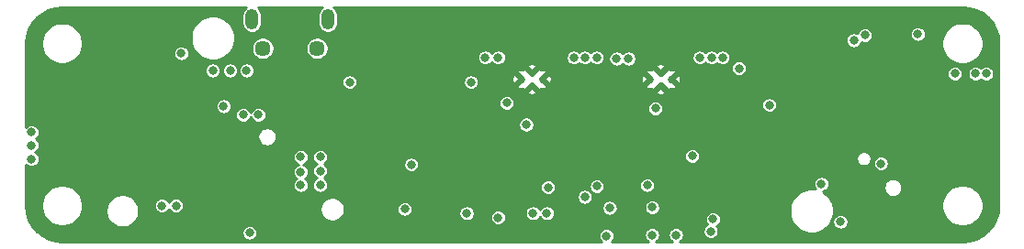
<source format=gbr>
G04 #@! TF.GenerationSoftware,KiCad,Pcbnew,(5.1.5)-3*
G04 #@! TF.CreationDate,2021-05-18T14:06:46+02:00*
G04 #@! TF.ProjectId,18650_UPS_PCB,31383635-305f-4555-9053-5f5043422e6b,rev?*
G04 #@! TF.SameCoordinates,Original*
G04 #@! TF.FileFunction,Copper,L2,Inr*
G04 #@! TF.FilePolarity,Positive*
%FSLAX46Y46*%
G04 Gerber Fmt 4.6, Leading zero omitted, Abs format (unit mm)*
G04 Created by KiCad (PCBNEW (5.1.5)-3) date 2021-05-18 14:06:46*
%MOMM*%
%LPD*%
G04 APERTURE LIST*
%ADD10O,1.200000X1.900000*%
%ADD11C,1.450000*%
%ADD12C,0.500000*%
%ADD13C,0.800000*%
%ADD14C,0.254000*%
G04 APERTURE END LIST*
D10*
X141810000Y-75447500D03*
X148810000Y-75447500D03*
D11*
X142810000Y-78147500D03*
X147810000Y-78147500D03*
D12*
X166650000Y-81000000D03*
X167600000Y-80425000D03*
X167600000Y-81575000D03*
X168550000Y-81000000D03*
X180450000Y-81000000D03*
X179500000Y-81575000D03*
X179500000Y-80425000D03*
X178550000Y-81000000D03*
D13*
X138200000Y-80200000D03*
X139800000Y-80200000D03*
X141300000Y-80200000D03*
X206610000Y-80485000D03*
X208510000Y-80485000D03*
X209510000Y-80485000D03*
X198325000Y-76925000D03*
X135300000Y-78600000D03*
X139200000Y-83500000D03*
X175400000Y-79100000D03*
X176500000Y-79100000D03*
X163300000Y-79000000D03*
X164500000Y-79000000D03*
X121500000Y-85900000D03*
X121500000Y-87100000D03*
X121500000Y-88400000D03*
X203200000Y-76825000D03*
X141000000Y-84300000D03*
X142400000Y-84300000D03*
X197912000Y-82785000D03*
X199944000Y-82785000D03*
X197910000Y-84285000D03*
X184310000Y-92685000D03*
X188600000Y-92200000D03*
X162010000Y-76285000D03*
X150810000Y-76285000D03*
X199910000Y-84185000D03*
X134600000Y-91700000D03*
X140200000Y-94500000D03*
X174800000Y-88900000D03*
X171400000Y-91900000D03*
X177100000Y-85900000D03*
X176500000Y-74810000D03*
X186500000Y-75700000D03*
X132100000Y-92700000D03*
X165300000Y-83200000D03*
X167100000Y-85200000D03*
X183100000Y-79000000D03*
X184200000Y-79000000D03*
X185200000Y-79000000D03*
X172510000Y-91885000D03*
X184110000Y-95085000D03*
X162010000Y-81285000D03*
X141600000Y-95200000D03*
X164500000Y-93800000D03*
X156500000Y-88900000D03*
X197300000Y-77400000D03*
X169100000Y-91000000D03*
X171500000Y-79000000D03*
X172500000Y-79000000D03*
X173600000Y-79000000D03*
X150810000Y-81285000D03*
X178250000Y-90800000D03*
X189500000Y-83400000D03*
X194310000Y-90685000D03*
X174800000Y-92900000D03*
X199800000Y-88800000D03*
X178706373Y-92850010D03*
X182400000Y-88100000D03*
X186700000Y-80000000D03*
X184310000Y-93935000D03*
X196060000Y-94185000D03*
X134800000Y-92700000D03*
X155900000Y-93000000D03*
X173600000Y-90900000D03*
X133500000Y-92700000D03*
X160350000Y-91000000D03*
X163100000Y-86000000D03*
X161600000Y-93400000D03*
X146310000Y-88185000D03*
X148110000Y-88185000D03*
X148110000Y-89485000D03*
X146310000Y-89585000D03*
X146310000Y-90785000D03*
X148110000Y-90785000D03*
X174500000Y-95500000D03*
X179000000Y-83700000D03*
X180900000Y-95400000D03*
X169000000Y-93400000D03*
X178700000Y-95400000D03*
X167700000Y-93400000D03*
D14*
G36*
X141151342Y-74438841D02*
G01*
X141035500Y-74579995D01*
X140949421Y-74741036D01*
X140896413Y-74915776D01*
X140883000Y-75051962D01*
X140883000Y-75843037D01*
X140896413Y-75979223D01*
X140949420Y-76153963D01*
X141035499Y-76315004D01*
X141151341Y-76456159D01*
X141292495Y-76572001D01*
X141453536Y-76658080D01*
X141628276Y-76711087D01*
X141810000Y-76728985D01*
X141991723Y-76711087D01*
X142166463Y-76658080D01*
X142327504Y-76572001D01*
X142468659Y-76456159D01*
X142584501Y-76315005D01*
X142670580Y-76153964D01*
X142723587Y-75979224D01*
X142737000Y-75843038D01*
X142737000Y-75051962D01*
X142723587Y-74915776D01*
X142670580Y-74741036D01*
X142584501Y-74579995D01*
X142468659Y-74438841D01*
X142344565Y-74337000D01*
X148275435Y-74337000D01*
X148151341Y-74438841D01*
X148035499Y-74579996D01*
X147949420Y-74741037D01*
X147896413Y-74915777D01*
X147883000Y-75051963D01*
X147883000Y-75843038D01*
X147896413Y-75979224D01*
X147949421Y-76153964D01*
X148035500Y-76315005D01*
X148151342Y-76456159D01*
X148292496Y-76572001D01*
X148453537Y-76658080D01*
X148628277Y-76711087D01*
X148810000Y-76728985D01*
X148991724Y-76711087D01*
X149166464Y-76658080D01*
X149327505Y-76572001D01*
X149468659Y-76456159D01*
X149584501Y-76315005D01*
X149670580Y-76153964D01*
X149723587Y-75979224D01*
X149737000Y-75843038D01*
X149737000Y-75051962D01*
X149723587Y-74915776D01*
X149670580Y-74741036D01*
X149584501Y-74579995D01*
X149468659Y-74438841D01*
X149344564Y-74337000D01*
X207302561Y-74337000D01*
X207960155Y-74401478D01*
X208585543Y-74590293D01*
X209162351Y-74896987D01*
X209668603Y-75309875D01*
X210085012Y-75813227D01*
X210395726Y-76387879D01*
X210588904Y-77011937D01*
X210657943Y-77668793D01*
X210658001Y-77685529D01*
X210658000Y-92677561D01*
X210593522Y-93335155D01*
X210404704Y-93960549D01*
X210098013Y-94537351D01*
X209685125Y-95043603D01*
X209181771Y-95460013D01*
X208607117Y-95770727D01*
X207983062Y-95963904D01*
X207326207Y-96032943D01*
X207309758Y-96033000D01*
X181261214Y-96033000D01*
X181363436Y-95964698D01*
X181464698Y-95863436D01*
X181544259Y-95744364D01*
X181599062Y-95612058D01*
X181627000Y-95471603D01*
X181627000Y-95328397D01*
X181599062Y-95187942D01*
X181544259Y-95055636D01*
X181516036Y-95013397D01*
X183383000Y-95013397D01*
X183383000Y-95156603D01*
X183410938Y-95297058D01*
X183465741Y-95429364D01*
X183545302Y-95548436D01*
X183646564Y-95649698D01*
X183765636Y-95729259D01*
X183897942Y-95784062D01*
X184038397Y-95812000D01*
X184181603Y-95812000D01*
X184322058Y-95784062D01*
X184454364Y-95729259D01*
X184573436Y-95649698D01*
X184674698Y-95548436D01*
X184754259Y-95429364D01*
X184809062Y-95297058D01*
X184837000Y-95156603D01*
X184837000Y-95013397D01*
X184809062Y-94872942D01*
X184754259Y-94740636D01*
X184674698Y-94621564D01*
X184638828Y-94585694D01*
X184654364Y-94579259D01*
X184773436Y-94499698D01*
X184874698Y-94398436D01*
X184954259Y-94279364D01*
X185009062Y-94147058D01*
X185037000Y-94006603D01*
X185037000Y-93863397D01*
X185009062Y-93722942D01*
X184954259Y-93590636D01*
X184874698Y-93471564D01*
X184773436Y-93370302D01*
X184654364Y-93290741D01*
X184522058Y-93235938D01*
X184381603Y-93208000D01*
X184238397Y-93208000D01*
X184097942Y-93235938D01*
X183965636Y-93290741D01*
X183846564Y-93370302D01*
X183745302Y-93471564D01*
X183665741Y-93590636D01*
X183610938Y-93722942D01*
X183583000Y-93863397D01*
X183583000Y-94006603D01*
X183610938Y-94147058D01*
X183665741Y-94279364D01*
X183745302Y-94398436D01*
X183781172Y-94434306D01*
X183765636Y-94440741D01*
X183646564Y-94520302D01*
X183545302Y-94621564D01*
X183465741Y-94740636D01*
X183410938Y-94872942D01*
X183383000Y-95013397D01*
X181516036Y-95013397D01*
X181464698Y-94936564D01*
X181363436Y-94835302D01*
X181244364Y-94755741D01*
X181112058Y-94700938D01*
X180971603Y-94673000D01*
X180828397Y-94673000D01*
X180687942Y-94700938D01*
X180555636Y-94755741D01*
X180436564Y-94835302D01*
X180335302Y-94936564D01*
X180255741Y-95055636D01*
X180200938Y-95187942D01*
X180173000Y-95328397D01*
X180173000Y-95471603D01*
X180200938Y-95612058D01*
X180255741Y-95744364D01*
X180335302Y-95863436D01*
X180436564Y-95964698D01*
X180538786Y-96033000D01*
X179061214Y-96033000D01*
X179163436Y-95964698D01*
X179264698Y-95863436D01*
X179344259Y-95744364D01*
X179399062Y-95612058D01*
X179427000Y-95471603D01*
X179427000Y-95328397D01*
X179399062Y-95187942D01*
X179344259Y-95055636D01*
X179264698Y-94936564D01*
X179163436Y-94835302D01*
X179044364Y-94755741D01*
X178912058Y-94700938D01*
X178771603Y-94673000D01*
X178628397Y-94673000D01*
X178487942Y-94700938D01*
X178355636Y-94755741D01*
X178236564Y-94835302D01*
X178135302Y-94936564D01*
X178055741Y-95055636D01*
X178000938Y-95187942D01*
X177973000Y-95328397D01*
X177973000Y-95471603D01*
X178000938Y-95612058D01*
X178055741Y-95744364D01*
X178135302Y-95863436D01*
X178236564Y-95964698D01*
X178338786Y-96033000D01*
X174995134Y-96033000D01*
X175064698Y-95963436D01*
X175144259Y-95844364D01*
X175199062Y-95712058D01*
X175227000Y-95571603D01*
X175227000Y-95428397D01*
X175199062Y-95287942D01*
X175144259Y-95155636D01*
X175064698Y-95036564D01*
X174963436Y-94935302D01*
X174844364Y-94855741D01*
X174712058Y-94800938D01*
X174571603Y-94773000D01*
X174428397Y-94773000D01*
X174287942Y-94800938D01*
X174155636Y-94855741D01*
X174036564Y-94935302D01*
X173935302Y-95036564D01*
X173855741Y-95155636D01*
X173800938Y-95287942D01*
X173773000Y-95428397D01*
X173773000Y-95571603D01*
X173800938Y-95712058D01*
X173855741Y-95844364D01*
X173935302Y-95963436D01*
X174004866Y-96033000D01*
X124317439Y-96033000D01*
X123659845Y-95968522D01*
X123034451Y-95779704D01*
X122457649Y-95473013D01*
X122035107Y-95128397D01*
X140873000Y-95128397D01*
X140873000Y-95271603D01*
X140900938Y-95412058D01*
X140955741Y-95544364D01*
X141035302Y-95663436D01*
X141136564Y-95764698D01*
X141255636Y-95844259D01*
X141387942Y-95899062D01*
X141528397Y-95927000D01*
X141671603Y-95927000D01*
X141812058Y-95899062D01*
X141944364Y-95844259D01*
X142063436Y-95764698D01*
X142164698Y-95663436D01*
X142244259Y-95544364D01*
X142299062Y-95412058D01*
X142327000Y-95271603D01*
X142327000Y-95128397D01*
X142299062Y-94987942D01*
X142244259Y-94855636D01*
X142164698Y-94736564D01*
X142063436Y-94635302D01*
X141944364Y-94555741D01*
X141812058Y-94500938D01*
X141671603Y-94473000D01*
X141528397Y-94473000D01*
X141387942Y-94500938D01*
X141255636Y-94555741D01*
X141136564Y-94635302D01*
X141035302Y-94736564D01*
X140955741Y-94855636D01*
X140900938Y-94987942D01*
X140873000Y-95128397D01*
X122035107Y-95128397D01*
X121951397Y-95060125D01*
X121534987Y-94556771D01*
X121224273Y-93982117D01*
X121031096Y-93358062D01*
X120962057Y-92701207D01*
X120962000Y-92684758D01*
X120962000Y-92495207D01*
X122383000Y-92495207D01*
X122383000Y-92874793D01*
X122457053Y-93247085D01*
X122602315Y-93597777D01*
X122813201Y-93913391D01*
X123081609Y-94181799D01*
X123397223Y-94392685D01*
X123747915Y-94537947D01*
X124120207Y-94612000D01*
X124499793Y-94612000D01*
X124872085Y-94537947D01*
X125222777Y-94392685D01*
X125538391Y-94181799D01*
X125806799Y-93913391D01*
X126017685Y-93597777D01*
X126162947Y-93247085D01*
X126205113Y-93035096D01*
X128358000Y-93035096D01*
X128358000Y-93334904D01*
X128416490Y-93628951D01*
X128531221Y-93905937D01*
X128697786Y-94155218D01*
X128909782Y-94367214D01*
X129159063Y-94533779D01*
X129436049Y-94648510D01*
X129730096Y-94707000D01*
X130029904Y-94707000D01*
X130323951Y-94648510D01*
X130600937Y-94533779D01*
X130850218Y-94367214D01*
X131062214Y-94155218D01*
X131228779Y-93905937D01*
X131343510Y-93628951D01*
X131402000Y-93334904D01*
X131402000Y-93035096D01*
X131343510Y-92741049D01*
X131296849Y-92628397D01*
X132773000Y-92628397D01*
X132773000Y-92771603D01*
X132800938Y-92912058D01*
X132855741Y-93044364D01*
X132935302Y-93163436D01*
X133036564Y-93264698D01*
X133155636Y-93344259D01*
X133287942Y-93399062D01*
X133428397Y-93427000D01*
X133571603Y-93427000D01*
X133712058Y-93399062D01*
X133844364Y-93344259D01*
X133963436Y-93264698D01*
X134064698Y-93163436D01*
X134144259Y-93044364D01*
X134150000Y-93030504D01*
X134155741Y-93044364D01*
X134235302Y-93163436D01*
X134336564Y-93264698D01*
X134455636Y-93344259D01*
X134587942Y-93399062D01*
X134728397Y-93427000D01*
X134871603Y-93427000D01*
X135012058Y-93399062D01*
X135144364Y-93344259D01*
X135263436Y-93264698D01*
X135364698Y-93163436D01*
X135444259Y-93044364D01*
X135494115Y-92924000D01*
X148083000Y-92924000D01*
X148083000Y-93146000D01*
X148126310Y-93363734D01*
X148211266Y-93568835D01*
X148334602Y-93753421D01*
X148491579Y-93910398D01*
X148676165Y-94033734D01*
X148881266Y-94118690D01*
X149099000Y-94162000D01*
X149321000Y-94162000D01*
X149538734Y-94118690D01*
X149743835Y-94033734D01*
X149928421Y-93910398D01*
X150085398Y-93753421D01*
X150208734Y-93568835D01*
X150293690Y-93363734D01*
X150337000Y-93146000D01*
X150337000Y-92928397D01*
X155173000Y-92928397D01*
X155173000Y-93071603D01*
X155200938Y-93212058D01*
X155255741Y-93344364D01*
X155335302Y-93463436D01*
X155436564Y-93564698D01*
X155555636Y-93644259D01*
X155687942Y-93699062D01*
X155828397Y-93727000D01*
X155971603Y-93727000D01*
X156112058Y-93699062D01*
X156244364Y-93644259D01*
X156363436Y-93564698D01*
X156464698Y-93463436D01*
X156544259Y-93344364D01*
X156550872Y-93328397D01*
X160873000Y-93328397D01*
X160873000Y-93471603D01*
X160900938Y-93612058D01*
X160955741Y-93744364D01*
X161035302Y-93863436D01*
X161136564Y-93964698D01*
X161255636Y-94044259D01*
X161387942Y-94099062D01*
X161528397Y-94127000D01*
X161671603Y-94127000D01*
X161812058Y-94099062D01*
X161944364Y-94044259D01*
X162063436Y-93964698D01*
X162164698Y-93863436D01*
X162244259Y-93744364D01*
X162250872Y-93728397D01*
X163773000Y-93728397D01*
X163773000Y-93871603D01*
X163800938Y-94012058D01*
X163855741Y-94144364D01*
X163935302Y-94263436D01*
X164036564Y-94364698D01*
X164155636Y-94444259D01*
X164287942Y-94499062D01*
X164428397Y-94527000D01*
X164571603Y-94527000D01*
X164712058Y-94499062D01*
X164844364Y-94444259D01*
X164963436Y-94364698D01*
X165064698Y-94263436D01*
X165144259Y-94144364D01*
X165199062Y-94012058D01*
X165227000Y-93871603D01*
X165227000Y-93728397D01*
X165199062Y-93587942D01*
X165144259Y-93455636D01*
X165064698Y-93336564D01*
X165056531Y-93328397D01*
X166973000Y-93328397D01*
X166973000Y-93471603D01*
X167000938Y-93612058D01*
X167055741Y-93744364D01*
X167135302Y-93863436D01*
X167236564Y-93964698D01*
X167355636Y-94044259D01*
X167487942Y-94099062D01*
X167628397Y-94127000D01*
X167771603Y-94127000D01*
X167912058Y-94099062D01*
X168044364Y-94044259D01*
X168163436Y-93964698D01*
X168264698Y-93863436D01*
X168344259Y-93744364D01*
X168350000Y-93730504D01*
X168355741Y-93744364D01*
X168435302Y-93863436D01*
X168536564Y-93964698D01*
X168655636Y-94044259D01*
X168787942Y-94099062D01*
X168928397Y-94127000D01*
X169071603Y-94127000D01*
X169212058Y-94099062D01*
X169344364Y-94044259D01*
X169463436Y-93964698D01*
X169564698Y-93863436D01*
X169644259Y-93744364D01*
X169699062Y-93612058D01*
X169727000Y-93471603D01*
X169727000Y-93328397D01*
X169699062Y-93187942D01*
X169644259Y-93055636D01*
X169564698Y-92936564D01*
X169463436Y-92835302D01*
X169453102Y-92828397D01*
X174073000Y-92828397D01*
X174073000Y-92971603D01*
X174100938Y-93112058D01*
X174155741Y-93244364D01*
X174235302Y-93363436D01*
X174336564Y-93464698D01*
X174455636Y-93544259D01*
X174587942Y-93599062D01*
X174728397Y-93627000D01*
X174871603Y-93627000D01*
X175012058Y-93599062D01*
X175144364Y-93544259D01*
X175263436Y-93464698D01*
X175364698Y-93363436D01*
X175444259Y-93244364D01*
X175499062Y-93112058D01*
X175527000Y-92971603D01*
X175527000Y-92828397D01*
X175517057Y-92778407D01*
X177979373Y-92778407D01*
X177979373Y-92921613D01*
X178007311Y-93062068D01*
X178062114Y-93194374D01*
X178141675Y-93313446D01*
X178242937Y-93414708D01*
X178362009Y-93494269D01*
X178494315Y-93549072D01*
X178634770Y-93577010D01*
X178777976Y-93577010D01*
X178918431Y-93549072D01*
X179050737Y-93494269D01*
X179169809Y-93414708D01*
X179271071Y-93313446D01*
X179350632Y-93194374D01*
X179405435Y-93062068D01*
X179421183Y-92982896D01*
X191358000Y-92982896D01*
X191358000Y-93387104D01*
X191436857Y-93783546D01*
X191591541Y-94156987D01*
X191816107Y-94493074D01*
X192101926Y-94778893D01*
X192438013Y-95003459D01*
X192811454Y-95158143D01*
X193207896Y-95237000D01*
X193612104Y-95237000D01*
X194008546Y-95158143D01*
X194381987Y-95003459D01*
X194718074Y-94778893D01*
X195003893Y-94493074D01*
X195228459Y-94156987D01*
X195246514Y-94113397D01*
X195333000Y-94113397D01*
X195333000Y-94256603D01*
X195360938Y-94397058D01*
X195415741Y-94529364D01*
X195495302Y-94648436D01*
X195596564Y-94749698D01*
X195715636Y-94829259D01*
X195847942Y-94884062D01*
X195988397Y-94912000D01*
X196131603Y-94912000D01*
X196272058Y-94884062D01*
X196404364Y-94829259D01*
X196523436Y-94749698D01*
X196624698Y-94648436D01*
X196704259Y-94529364D01*
X196759062Y-94397058D01*
X196787000Y-94256603D01*
X196787000Y-94113397D01*
X196759062Y-93972942D01*
X196704259Y-93840636D01*
X196624698Y-93721564D01*
X196523436Y-93620302D01*
X196404364Y-93540741D01*
X196272058Y-93485938D01*
X196131603Y-93458000D01*
X195988397Y-93458000D01*
X195847942Y-93485938D01*
X195715636Y-93540741D01*
X195596564Y-93620302D01*
X195495302Y-93721564D01*
X195415741Y-93840636D01*
X195360938Y-93972942D01*
X195333000Y-94113397D01*
X195246514Y-94113397D01*
X195383143Y-93783546D01*
X195462000Y-93387104D01*
X195462000Y-92982896D01*
X195383143Y-92586454D01*
X195345348Y-92495207D01*
X205383000Y-92495207D01*
X205383000Y-92874793D01*
X205457053Y-93247085D01*
X205602315Y-93597777D01*
X205813201Y-93913391D01*
X206081609Y-94181799D01*
X206397223Y-94392685D01*
X206747915Y-94537947D01*
X207120207Y-94612000D01*
X207499793Y-94612000D01*
X207872085Y-94537947D01*
X208222777Y-94392685D01*
X208538391Y-94181799D01*
X208806799Y-93913391D01*
X209017685Y-93597777D01*
X209162947Y-93247085D01*
X209237000Y-92874793D01*
X209237000Y-92495207D01*
X209162947Y-92122915D01*
X209017685Y-91772223D01*
X208806799Y-91456609D01*
X208538391Y-91188201D01*
X208222777Y-90977315D01*
X207872085Y-90832053D01*
X207499793Y-90758000D01*
X207120207Y-90758000D01*
X206747915Y-90832053D01*
X206397223Y-90977315D01*
X206081609Y-91188201D01*
X205813201Y-91456609D01*
X205602315Y-91772223D01*
X205457053Y-92122915D01*
X205383000Y-92495207D01*
X195345348Y-92495207D01*
X195228459Y-92213013D01*
X195003893Y-91876926D01*
X194718074Y-91591107D01*
X194434326Y-91401513D01*
X194522058Y-91384062D01*
X194654364Y-91329259D01*
X194773436Y-91249698D01*
X194874698Y-91148436D01*
X194954259Y-91029364D01*
X194989374Y-90944588D01*
X200051503Y-90944588D01*
X200051503Y-91112418D01*
X200084245Y-91277022D01*
X200148471Y-91432076D01*
X200241712Y-91571621D01*
X200360385Y-91690294D01*
X200499930Y-91783535D01*
X200654984Y-91847761D01*
X200819588Y-91880503D01*
X200987418Y-91880503D01*
X201152022Y-91847761D01*
X201307076Y-91783535D01*
X201446621Y-91690294D01*
X201565294Y-91571621D01*
X201658535Y-91432076D01*
X201722761Y-91277022D01*
X201755503Y-91112418D01*
X201755503Y-90944588D01*
X201722761Y-90779984D01*
X201658535Y-90624930D01*
X201565294Y-90485385D01*
X201446621Y-90366712D01*
X201307076Y-90273471D01*
X201152022Y-90209245D01*
X200987418Y-90176503D01*
X200819588Y-90176503D01*
X200654984Y-90209245D01*
X200499930Y-90273471D01*
X200360385Y-90366712D01*
X200241712Y-90485385D01*
X200148471Y-90624930D01*
X200084245Y-90779984D01*
X200051503Y-90944588D01*
X194989374Y-90944588D01*
X195009062Y-90897058D01*
X195037000Y-90756603D01*
X195037000Y-90613397D01*
X195009062Y-90472942D01*
X194954259Y-90340636D01*
X194874698Y-90221564D01*
X194773436Y-90120302D01*
X194654364Y-90040741D01*
X194522058Y-89985938D01*
X194381603Y-89958000D01*
X194238397Y-89958000D01*
X194097942Y-89985938D01*
X193965636Y-90040741D01*
X193846564Y-90120302D01*
X193745302Y-90221564D01*
X193665741Y-90340636D01*
X193610938Y-90472942D01*
X193583000Y-90613397D01*
X193583000Y-90756603D01*
X193610938Y-90897058D01*
X193665741Y-91029364D01*
X193745302Y-91148436D01*
X193759107Y-91162241D01*
X193612104Y-91133000D01*
X193207896Y-91133000D01*
X192811454Y-91211857D01*
X192438013Y-91366541D01*
X192101926Y-91591107D01*
X191816107Y-91876926D01*
X191591541Y-92213013D01*
X191436857Y-92586454D01*
X191358000Y-92982896D01*
X179421183Y-92982896D01*
X179433373Y-92921613D01*
X179433373Y-92778407D01*
X179405435Y-92637952D01*
X179350632Y-92505646D01*
X179271071Y-92386574D01*
X179169809Y-92285312D01*
X179050737Y-92205751D01*
X178918431Y-92150948D01*
X178777976Y-92123010D01*
X178634770Y-92123010D01*
X178494315Y-92150948D01*
X178362009Y-92205751D01*
X178242937Y-92285312D01*
X178141675Y-92386574D01*
X178062114Y-92505646D01*
X178007311Y-92637952D01*
X177979373Y-92778407D01*
X175517057Y-92778407D01*
X175499062Y-92687942D01*
X175444259Y-92555636D01*
X175364698Y-92436564D01*
X175263436Y-92335302D01*
X175144364Y-92255741D01*
X175012058Y-92200938D01*
X174871603Y-92173000D01*
X174728397Y-92173000D01*
X174587942Y-92200938D01*
X174455636Y-92255741D01*
X174336564Y-92335302D01*
X174235302Y-92436564D01*
X174155741Y-92555636D01*
X174100938Y-92687942D01*
X174073000Y-92828397D01*
X169453102Y-92828397D01*
X169344364Y-92755741D01*
X169212058Y-92700938D01*
X169071603Y-92673000D01*
X168928397Y-92673000D01*
X168787942Y-92700938D01*
X168655636Y-92755741D01*
X168536564Y-92835302D01*
X168435302Y-92936564D01*
X168355741Y-93055636D01*
X168350000Y-93069496D01*
X168344259Y-93055636D01*
X168264698Y-92936564D01*
X168163436Y-92835302D01*
X168044364Y-92755741D01*
X167912058Y-92700938D01*
X167771603Y-92673000D01*
X167628397Y-92673000D01*
X167487942Y-92700938D01*
X167355636Y-92755741D01*
X167236564Y-92835302D01*
X167135302Y-92936564D01*
X167055741Y-93055636D01*
X167000938Y-93187942D01*
X166973000Y-93328397D01*
X165056531Y-93328397D01*
X164963436Y-93235302D01*
X164844364Y-93155741D01*
X164712058Y-93100938D01*
X164571603Y-93073000D01*
X164428397Y-93073000D01*
X164287942Y-93100938D01*
X164155636Y-93155741D01*
X164036564Y-93235302D01*
X163935302Y-93336564D01*
X163855741Y-93455636D01*
X163800938Y-93587942D01*
X163773000Y-93728397D01*
X162250872Y-93728397D01*
X162299062Y-93612058D01*
X162327000Y-93471603D01*
X162327000Y-93328397D01*
X162299062Y-93187942D01*
X162244259Y-93055636D01*
X162164698Y-92936564D01*
X162063436Y-92835302D01*
X161944364Y-92755741D01*
X161812058Y-92700938D01*
X161671603Y-92673000D01*
X161528397Y-92673000D01*
X161387942Y-92700938D01*
X161255636Y-92755741D01*
X161136564Y-92835302D01*
X161035302Y-92936564D01*
X160955741Y-93055636D01*
X160900938Y-93187942D01*
X160873000Y-93328397D01*
X156550872Y-93328397D01*
X156599062Y-93212058D01*
X156627000Y-93071603D01*
X156627000Y-92928397D01*
X156599062Y-92787942D01*
X156544259Y-92655636D01*
X156464698Y-92536564D01*
X156363436Y-92435302D01*
X156244364Y-92355741D01*
X156112058Y-92300938D01*
X155971603Y-92273000D01*
X155828397Y-92273000D01*
X155687942Y-92300938D01*
X155555636Y-92355741D01*
X155436564Y-92435302D01*
X155335302Y-92536564D01*
X155255741Y-92655636D01*
X155200938Y-92787942D01*
X155173000Y-92928397D01*
X150337000Y-92928397D01*
X150337000Y-92924000D01*
X150293690Y-92706266D01*
X150208734Y-92501165D01*
X150085398Y-92316579D01*
X149928421Y-92159602D01*
X149743835Y-92036266D01*
X149538734Y-91951310D01*
X149321000Y-91908000D01*
X149099000Y-91908000D01*
X148881266Y-91951310D01*
X148676165Y-92036266D01*
X148491579Y-92159602D01*
X148334602Y-92316579D01*
X148211266Y-92501165D01*
X148126310Y-92706266D01*
X148083000Y-92924000D01*
X135494115Y-92924000D01*
X135499062Y-92912058D01*
X135527000Y-92771603D01*
X135527000Y-92628397D01*
X135499062Y-92487942D01*
X135444259Y-92355636D01*
X135364698Y-92236564D01*
X135263436Y-92135302D01*
X135144364Y-92055741D01*
X135012058Y-92000938D01*
X134871603Y-91973000D01*
X134728397Y-91973000D01*
X134587942Y-92000938D01*
X134455636Y-92055741D01*
X134336564Y-92135302D01*
X134235302Y-92236564D01*
X134155741Y-92355636D01*
X134150000Y-92369496D01*
X134144259Y-92355636D01*
X134064698Y-92236564D01*
X133963436Y-92135302D01*
X133844364Y-92055741D01*
X133712058Y-92000938D01*
X133571603Y-91973000D01*
X133428397Y-91973000D01*
X133287942Y-92000938D01*
X133155636Y-92055741D01*
X133036564Y-92135302D01*
X132935302Y-92236564D01*
X132855741Y-92355636D01*
X132800938Y-92487942D01*
X132773000Y-92628397D01*
X131296849Y-92628397D01*
X131228779Y-92464063D01*
X131062214Y-92214782D01*
X130850218Y-92002786D01*
X130600937Y-91836221D01*
X130545835Y-91813397D01*
X171783000Y-91813397D01*
X171783000Y-91956603D01*
X171810938Y-92097058D01*
X171865741Y-92229364D01*
X171945302Y-92348436D01*
X172046564Y-92449698D01*
X172165636Y-92529259D01*
X172297942Y-92584062D01*
X172438397Y-92612000D01*
X172581603Y-92612000D01*
X172722058Y-92584062D01*
X172854364Y-92529259D01*
X172973436Y-92449698D01*
X173074698Y-92348436D01*
X173154259Y-92229364D01*
X173209062Y-92097058D01*
X173237000Y-91956603D01*
X173237000Y-91813397D01*
X173209062Y-91672942D01*
X173154259Y-91540636D01*
X173074698Y-91421564D01*
X172973436Y-91320302D01*
X172854364Y-91240741D01*
X172722058Y-91185938D01*
X172581603Y-91158000D01*
X172438397Y-91158000D01*
X172297942Y-91185938D01*
X172165636Y-91240741D01*
X172046564Y-91320302D01*
X171945302Y-91421564D01*
X171865741Y-91540636D01*
X171810938Y-91672942D01*
X171783000Y-91813397D01*
X130545835Y-91813397D01*
X130323951Y-91721490D01*
X130029904Y-91663000D01*
X129730096Y-91663000D01*
X129436049Y-91721490D01*
X129159063Y-91836221D01*
X128909782Y-92002786D01*
X128697786Y-92214782D01*
X128531221Y-92464063D01*
X128416490Y-92741049D01*
X128358000Y-93035096D01*
X126205113Y-93035096D01*
X126237000Y-92874793D01*
X126237000Y-92495207D01*
X126162947Y-92122915D01*
X126017685Y-91772223D01*
X125806799Y-91456609D01*
X125538391Y-91188201D01*
X125222777Y-90977315D01*
X124872085Y-90832053D01*
X124499793Y-90758000D01*
X124120207Y-90758000D01*
X123747915Y-90832053D01*
X123397223Y-90977315D01*
X123081609Y-91188201D01*
X122813201Y-91456609D01*
X122602315Y-91772223D01*
X122457053Y-92122915D01*
X122383000Y-92495207D01*
X120962000Y-92495207D01*
X120962000Y-88890134D01*
X121036564Y-88964698D01*
X121155636Y-89044259D01*
X121287942Y-89099062D01*
X121428397Y-89127000D01*
X121571603Y-89127000D01*
X121712058Y-89099062D01*
X121844364Y-89044259D01*
X121963436Y-88964698D01*
X122064698Y-88863436D01*
X122144259Y-88744364D01*
X122199062Y-88612058D01*
X122227000Y-88471603D01*
X122227000Y-88328397D01*
X122199062Y-88187942D01*
X122168185Y-88113397D01*
X145583000Y-88113397D01*
X145583000Y-88256603D01*
X145610938Y-88397058D01*
X145665741Y-88529364D01*
X145745302Y-88648436D01*
X145846564Y-88749698D01*
X145965636Y-88829259D01*
X146097942Y-88884062D01*
X146102658Y-88885000D01*
X146097942Y-88885938D01*
X145965636Y-88940741D01*
X145846564Y-89020302D01*
X145745302Y-89121564D01*
X145665741Y-89240636D01*
X145610938Y-89372942D01*
X145583000Y-89513397D01*
X145583000Y-89656603D01*
X145610938Y-89797058D01*
X145665741Y-89929364D01*
X145745302Y-90048436D01*
X145846564Y-90149698D01*
X145899397Y-90185000D01*
X145846564Y-90220302D01*
X145745302Y-90321564D01*
X145665741Y-90440636D01*
X145610938Y-90572942D01*
X145583000Y-90713397D01*
X145583000Y-90856603D01*
X145610938Y-90997058D01*
X145665741Y-91129364D01*
X145745302Y-91248436D01*
X145846564Y-91349698D01*
X145965636Y-91429259D01*
X146097942Y-91484062D01*
X146238397Y-91512000D01*
X146381603Y-91512000D01*
X146522058Y-91484062D01*
X146654364Y-91429259D01*
X146773436Y-91349698D01*
X146874698Y-91248436D01*
X146954259Y-91129364D01*
X147009062Y-90997058D01*
X147037000Y-90856603D01*
X147037000Y-90713397D01*
X147009062Y-90572942D01*
X146954259Y-90440636D01*
X146874698Y-90321564D01*
X146773436Y-90220302D01*
X146720603Y-90185000D01*
X146773436Y-90149698D01*
X146874698Y-90048436D01*
X146954259Y-89929364D01*
X147009062Y-89797058D01*
X147037000Y-89656603D01*
X147037000Y-89513397D01*
X147009062Y-89372942D01*
X146954259Y-89240636D01*
X146874698Y-89121564D01*
X146773436Y-89020302D01*
X146654364Y-88940741D01*
X146522058Y-88885938D01*
X146517342Y-88885000D01*
X146522058Y-88884062D01*
X146654364Y-88829259D01*
X146773436Y-88749698D01*
X146874698Y-88648436D01*
X146954259Y-88529364D01*
X147009062Y-88397058D01*
X147037000Y-88256603D01*
X147037000Y-88113397D01*
X147383000Y-88113397D01*
X147383000Y-88256603D01*
X147410938Y-88397058D01*
X147465741Y-88529364D01*
X147545302Y-88648436D01*
X147646564Y-88749698D01*
X147765636Y-88829259D01*
X147779496Y-88835000D01*
X147765636Y-88840741D01*
X147646564Y-88920302D01*
X147545302Y-89021564D01*
X147465741Y-89140636D01*
X147410938Y-89272942D01*
X147383000Y-89413397D01*
X147383000Y-89556603D01*
X147410938Y-89697058D01*
X147465741Y-89829364D01*
X147545302Y-89948436D01*
X147646564Y-90049698D01*
X147765636Y-90129259D01*
X147779496Y-90135000D01*
X147765636Y-90140741D01*
X147646564Y-90220302D01*
X147545302Y-90321564D01*
X147465741Y-90440636D01*
X147410938Y-90572942D01*
X147383000Y-90713397D01*
X147383000Y-90856603D01*
X147410938Y-90997058D01*
X147465741Y-91129364D01*
X147545302Y-91248436D01*
X147646564Y-91349698D01*
X147765636Y-91429259D01*
X147897942Y-91484062D01*
X148038397Y-91512000D01*
X148181603Y-91512000D01*
X148322058Y-91484062D01*
X148454364Y-91429259D01*
X148573436Y-91349698D01*
X148674698Y-91248436D01*
X148754259Y-91129364D01*
X148809062Y-90997058D01*
X148822719Y-90928397D01*
X168373000Y-90928397D01*
X168373000Y-91071603D01*
X168400938Y-91212058D01*
X168455741Y-91344364D01*
X168535302Y-91463436D01*
X168636564Y-91564698D01*
X168755636Y-91644259D01*
X168887942Y-91699062D01*
X169028397Y-91727000D01*
X169171603Y-91727000D01*
X169312058Y-91699062D01*
X169444364Y-91644259D01*
X169563436Y-91564698D01*
X169664698Y-91463436D01*
X169744259Y-91344364D01*
X169799062Y-91212058D01*
X169827000Y-91071603D01*
X169827000Y-90928397D01*
X169807109Y-90828397D01*
X172873000Y-90828397D01*
X172873000Y-90971603D01*
X172900938Y-91112058D01*
X172955741Y-91244364D01*
X173035302Y-91363436D01*
X173136564Y-91464698D01*
X173255636Y-91544259D01*
X173387942Y-91599062D01*
X173528397Y-91627000D01*
X173671603Y-91627000D01*
X173812058Y-91599062D01*
X173944364Y-91544259D01*
X174063436Y-91464698D01*
X174164698Y-91363436D01*
X174244259Y-91244364D01*
X174299062Y-91112058D01*
X174327000Y-90971603D01*
X174327000Y-90828397D01*
X174307109Y-90728397D01*
X177523000Y-90728397D01*
X177523000Y-90871603D01*
X177550938Y-91012058D01*
X177605741Y-91144364D01*
X177685302Y-91263436D01*
X177786564Y-91364698D01*
X177905636Y-91444259D01*
X178037942Y-91499062D01*
X178178397Y-91527000D01*
X178321603Y-91527000D01*
X178462058Y-91499062D01*
X178594364Y-91444259D01*
X178713436Y-91364698D01*
X178814698Y-91263436D01*
X178894259Y-91144364D01*
X178949062Y-91012058D01*
X178977000Y-90871603D01*
X178977000Y-90728397D01*
X178949062Y-90587942D01*
X178894259Y-90455636D01*
X178814698Y-90336564D01*
X178713436Y-90235302D01*
X178594364Y-90155741D01*
X178462058Y-90100938D01*
X178321603Y-90073000D01*
X178178397Y-90073000D01*
X178037942Y-90100938D01*
X177905636Y-90155741D01*
X177786564Y-90235302D01*
X177685302Y-90336564D01*
X177605741Y-90455636D01*
X177550938Y-90587942D01*
X177523000Y-90728397D01*
X174307109Y-90728397D01*
X174299062Y-90687942D01*
X174244259Y-90555636D01*
X174164698Y-90436564D01*
X174063436Y-90335302D01*
X173944364Y-90255741D01*
X173812058Y-90200938D01*
X173671603Y-90173000D01*
X173528397Y-90173000D01*
X173387942Y-90200938D01*
X173255636Y-90255741D01*
X173136564Y-90335302D01*
X173035302Y-90436564D01*
X172955741Y-90555636D01*
X172900938Y-90687942D01*
X172873000Y-90828397D01*
X169807109Y-90828397D01*
X169799062Y-90787942D01*
X169744259Y-90655636D01*
X169664698Y-90536564D01*
X169563436Y-90435302D01*
X169444364Y-90355741D01*
X169312058Y-90300938D01*
X169171603Y-90273000D01*
X169028397Y-90273000D01*
X168887942Y-90300938D01*
X168755636Y-90355741D01*
X168636564Y-90435302D01*
X168535302Y-90536564D01*
X168455741Y-90655636D01*
X168400938Y-90787942D01*
X168373000Y-90928397D01*
X148822719Y-90928397D01*
X148837000Y-90856603D01*
X148837000Y-90713397D01*
X148809062Y-90572942D01*
X148754259Y-90440636D01*
X148674698Y-90321564D01*
X148573436Y-90220302D01*
X148454364Y-90140741D01*
X148440504Y-90135000D01*
X148454364Y-90129259D01*
X148573436Y-90049698D01*
X148674698Y-89948436D01*
X148754259Y-89829364D01*
X148809062Y-89697058D01*
X148837000Y-89556603D01*
X148837000Y-89413397D01*
X148809062Y-89272942D01*
X148754259Y-89140636D01*
X148674698Y-89021564D01*
X148573436Y-88920302D01*
X148454364Y-88840741D01*
X148440504Y-88835000D01*
X148454364Y-88829259D01*
X148455654Y-88828397D01*
X155773000Y-88828397D01*
X155773000Y-88971603D01*
X155800938Y-89112058D01*
X155855741Y-89244364D01*
X155935302Y-89363436D01*
X156036564Y-89464698D01*
X156155636Y-89544259D01*
X156287942Y-89599062D01*
X156428397Y-89627000D01*
X156571603Y-89627000D01*
X156712058Y-89599062D01*
X156844364Y-89544259D01*
X156963436Y-89464698D01*
X157064698Y-89363436D01*
X157144259Y-89244364D01*
X157199062Y-89112058D01*
X157227000Y-88971603D01*
X157227000Y-88828397D01*
X157199062Y-88687942D01*
X157144259Y-88555636D01*
X157064698Y-88436564D01*
X156963436Y-88335302D01*
X156844364Y-88255741D01*
X156712058Y-88200938D01*
X156571603Y-88173000D01*
X156428397Y-88173000D01*
X156287942Y-88200938D01*
X156155636Y-88255741D01*
X156036564Y-88335302D01*
X155935302Y-88436564D01*
X155855741Y-88555636D01*
X155800938Y-88687942D01*
X155773000Y-88828397D01*
X148455654Y-88828397D01*
X148573436Y-88749698D01*
X148674698Y-88648436D01*
X148754259Y-88529364D01*
X148809062Y-88397058D01*
X148837000Y-88256603D01*
X148837000Y-88113397D01*
X148820093Y-88028397D01*
X181673000Y-88028397D01*
X181673000Y-88171603D01*
X181700938Y-88312058D01*
X181755741Y-88444364D01*
X181835302Y-88563436D01*
X181936564Y-88664698D01*
X182055636Y-88744259D01*
X182187942Y-88799062D01*
X182328397Y-88827000D01*
X182471603Y-88827000D01*
X182612058Y-88799062D01*
X182744364Y-88744259D01*
X182863436Y-88664698D01*
X182964698Y-88563436D01*
X183044259Y-88444364D01*
X183099062Y-88312058D01*
X183106959Y-88272356D01*
X197514497Y-88272356D01*
X197514497Y-88410638D01*
X197541474Y-88546263D01*
X197594392Y-88674019D01*
X197671218Y-88788996D01*
X197768998Y-88886776D01*
X197883975Y-88963602D01*
X198011731Y-89016520D01*
X198147356Y-89043497D01*
X198285638Y-89043497D01*
X198421263Y-89016520D01*
X198549019Y-88963602D01*
X198663996Y-88886776D01*
X198761776Y-88788996D01*
X198802267Y-88728397D01*
X199073000Y-88728397D01*
X199073000Y-88871603D01*
X199100938Y-89012058D01*
X199155741Y-89144364D01*
X199235302Y-89263436D01*
X199336564Y-89364698D01*
X199455636Y-89444259D01*
X199587942Y-89499062D01*
X199728397Y-89527000D01*
X199871603Y-89527000D01*
X200012058Y-89499062D01*
X200144364Y-89444259D01*
X200263436Y-89364698D01*
X200364698Y-89263436D01*
X200444259Y-89144364D01*
X200499062Y-89012058D01*
X200527000Y-88871603D01*
X200527000Y-88728397D01*
X200499062Y-88587942D01*
X200444259Y-88455636D01*
X200364698Y-88336564D01*
X200263436Y-88235302D01*
X200144364Y-88155741D01*
X200012058Y-88100938D01*
X199871603Y-88073000D01*
X199728397Y-88073000D01*
X199587942Y-88100938D01*
X199455636Y-88155741D01*
X199336564Y-88235302D01*
X199235302Y-88336564D01*
X199155741Y-88455636D01*
X199100938Y-88587942D01*
X199073000Y-88728397D01*
X198802267Y-88728397D01*
X198838602Y-88674019D01*
X198891520Y-88546263D01*
X198918497Y-88410638D01*
X198918497Y-88272356D01*
X198891520Y-88136731D01*
X198838602Y-88008975D01*
X198761776Y-87893998D01*
X198663996Y-87796218D01*
X198549019Y-87719392D01*
X198421263Y-87666474D01*
X198285638Y-87639497D01*
X198147356Y-87639497D01*
X198011731Y-87666474D01*
X197883975Y-87719392D01*
X197768998Y-87796218D01*
X197671218Y-87893998D01*
X197594392Y-88008975D01*
X197541474Y-88136731D01*
X197514497Y-88272356D01*
X183106959Y-88272356D01*
X183127000Y-88171603D01*
X183127000Y-88028397D01*
X183099062Y-87887942D01*
X183044259Y-87755636D01*
X182964698Y-87636564D01*
X182863436Y-87535302D01*
X182744364Y-87455741D01*
X182612058Y-87400938D01*
X182471603Y-87373000D01*
X182328397Y-87373000D01*
X182187942Y-87400938D01*
X182055636Y-87455741D01*
X181936564Y-87535302D01*
X181835302Y-87636564D01*
X181755741Y-87755636D01*
X181700938Y-87887942D01*
X181673000Y-88028397D01*
X148820093Y-88028397D01*
X148809062Y-87972942D01*
X148754259Y-87840636D01*
X148674698Y-87721564D01*
X148573436Y-87620302D01*
X148454364Y-87540741D01*
X148322058Y-87485938D01*
X148181603Y-87458000D01*
X148038397Y-87458000D01*
X147897942Y-87485938D01*
X147765636Y-87540741D01*
X147646564Y-87620302D01*
X147545302Y-87721564D01*
X147465741Y-87840636D01*
X147410938Y-87972942D01*
X147383000Y-88113397D01*
X147037000Y-88113397D01*
X147009062Y-87972942D01*
X146954259Y-87840636D01*
X146874698Y-87721564D01*
X146773436Y-87620302D01*
X146654364Y-87540741D01*
X146522058Y-87485938D01*
X146381603Y-87458000D01*
X146238397Y-87458000D01*
X146097942Y-87485938D01*
X145965636Y-87540741D01*
X145846564Y-87620302D01*
X145745302Y-87721564D01*
X145665741Y-87840636D01*
X145610938Y-87972942D01*
X145583000Y-88113397D01*
X122168185Y-88113397D01*
X122144259Y-88055636D01*
X122064698Y-87936564D01*
X121963436Y-87835302D01*
X121844364Y-87755741D01*
X121830504Y-87750000D01*
X121844364Y-87744259D01*
X121963436Y-87664698D01*
X122064698Y-87563436D01*
X122144259Y-87444364D01*
X122199062Y-87312058D01*
X122227000Y-87171603D01*
X122227000Y-87028397D01*
X122199062Y-86887942D01*
X122144259Y-86755636D01*
X122064698Y-86636564D01*
X121963436Y-86535302D01*
X121910603Y-86500000D01*
X121963436Y-86464698D01*
X122064698Y-86363436D01*
X122141413Y-86248623D01*
X142333000Y-86248623D01*
X142333000Y-86421377D01*
X142366703Y-86590811D01*
X142432813Y-86750415D01*
X142528790Y-86894055D01*
X142650945Y-87016210D01*
X142794585Y-87112187D01*
X142954189Y-87178297D01*
X143123623Y-87212000D01*
X143296377Y-87212000D01*
X143465811Y-87178297D01*
X143625415Y-87112187D01*
X143769055Y-87016210D01*
X143891210Y-86894055D01*
X143987187Y-86750415D01*
X144053297Y-86590811D01*
X144087000Y-86421377D01*
X144087000Y-86248623D01*
X144053297Y-86079189D01*
X143987187Y-85919585D01*
X143891210Y-85775945D01*
X143769055Y-85653790D01*
X143625415Y-85557813D01*
X143465811Y-85491703D01*
X143296377Y-85458000D01*
X143123623Y-85458000D01*
X142954189Y-85491703D01*
X142794585Y-85557813D01*
X142650945Y-85653790D01*
X142528790Y-85775945D01*
X142432813Y-85919585D01*
X142366703Y-86079189D01*
X142333000Y-86248623D01*
X122141413Y-86248623D01*
X122144259Y-86244364D01*
X122199062Y-86112058D01*
X122227000Y-85971603D01*
X122227000Y-85828397D01*
X122199062Y-85687942D01*
X122144259Y-85555636D01*
X122064698Y-85436564D01*
X121963436Y-85335302D01*
X121844364Y-85255741D01*
X121712058Y-85200938D01*
X121571603Y-85173000D01*
X121428397Y-85173000D01*
X121287942Y-85200938D01*
X121155636Y-85255741D01*
X121036564Y-85335302D01*
X120962000Y-85409866D01*
X120962000Y-85128397D01*
X166373000Y-85128397D01*
X166373000Y-85271603D01*
X166400938Y-85412058D01*
X166455741Y-85544364D01*
X166535302Y-85663436D01*
X166636564Y-85764698D01*
X166755636Y-85844259D01*
X166887942Y-85899062D01*
X167028397Y-85927000D01*
X167171603Y-85927000D01*
X167312058Y-85899062D01*
X167444364Y-85844259D01*
X167563436Y-85764698D01*
X167664698Y-85663436D01*
X167744259Y-85544364D01*
X167799062Y-85412058D01*
X167827000Y-85271603D01*
X167827000Y-85128397D01*
X167799062Y-84987942D01*
X167744259Y-84855636D01*
X167664698Y-84736564D01*
X167563436Y-84635302D01*
X167444364Y-84555741D01*
X167312058Y-84500938D01*
X167171603Y-84473000D01*
X167028397Y-84473000D01*
X166887942Y-84500938D01*
X166755636Y-84555741D01*
X166636564Y-84635302D01*
X166535302Y-84736564D01*
X166455741Y-84855636D01*
X166400938Y-84987942D01*
X166373000Y-85128397D01*
X120962000Y-85128397D01*
X120962000Y-84228397D01*
X140273000Y-84228397D01*
X140273000Y-84371603D01*
X140300938Y-84512058D01*
X140355741Y-84644364D01*
X140435302Y-84763436D01*
X140536564Y-84864698D01*
X140655636Y-84944259D01*
X140787942Y-84999062D01*
X140928397Y-85027000D01*
X141071603Y-85027000D01*
X141212058Y-84999062D01*
X141344364Y-84944259D01*
X141463436Y-84864698D01*
X141564698Y-84763436D01*
X141644259Y-84644364D01*
X141699062Y-84512058D01*
X141700000Y-84507342D01*
X141700938Y-84512058D01*
X141755741Y-84644364D01*
X141835302Y-84763436D01*
X141936564Y-84864698D01*
X142055636Y-84944259D01*
X142187942Y-84999062D01*
X142328397Y-85027000D01*
X142471603Y-85027000D01*
X142612058Y-84999062D01*
X142744364Y-84944259D01*
X142863436Y-84864698D01*
X142964698Y-84763436D01*
X143044259Y-84644364D01*
X143099062Y-84512058D01*
X143127000Y-84371603D01*
X143127000Y-84228397D01*
X143099062Y-84087942D01*
X143044259Y-83955636D01*
X142964698Y-83836564D01*
X142863436Y-83735302D01*
X142744364Y-83655741D01*
X142612058Y-83600938D01*
X142471603Y-83573000D01*
X142328397Y-83573000D01*
X142187942Y-83600938D01*
X142055636Y-83655741D01*
X141936564Y-83735302D01*
X141835302Y-83836564D01*
X141755741Y-83955636D01*
X141700938Y-84087942D01*
X141700000Y-84092658D01*
X141699062Y-84087942D01*
X141644259Y-83955636D01*
X141564698Y-83836564D01*
X141463436Y-83735302D01*
X141344364Y-83655741D01*
X141212058Y-83600938D01*
X141071603Y-83573000D01*
X140928397Y-83573000D01*
X140787942Y-83600938D01*
X140655636Y-83655741D01*
X140536564Y-83735302D01*
X140435302Y-83836564D01*
X140355741Y-83955636D01*
X140300938Y-84087942D01*
X140273000Y-84228397D01*
X120962000Y-84228397D01*
X120962000Y-83428397D01*
X138473000Y-83428397D01*
X138473000Y-83571603D01*
X138500938Y-83712058D01*
X138555741Y-83844364D01*
X138635302Y-83963436D01*
X138736564Y-84064698D01*
X138855636Y-84144259D01*
X138987942Y-84199062D01*
X139128397Y-84227000D01*
X139271603Y-84227000D01*
X139412058Y-84199062D01*
X139544364Y-84144259D01*
X139663436Y-84064698D01*
X139764698Y-83963436D01*
X139844259Y-83844364D01*
X139899062Y-83712058D01*
X139927000Y-83571603D01*
X139927000Y-83428397D01*
X139899062Y-83287942D01*
X139844259Y-83155636D01*
X139826059Y-83128397D01*
X164573000Y-83128397D01*
X164573000Y-83271603D01*
X164600938Y-83412058D01*
X164655741Y-83544364D01*
X164735302Y-83663436D01*
X164836564Y-83764698D01*
X164955636Y-83844259D01*
X165087942Y-83899062D01*
X165228397Y-83927000D01*
X165371603Y-83927000D01*
X165512058Y-83899062D01*
X165644364Y-83844259D01*
X165763436Y-83764698D01*
X165864698Y-83663436D01*
X165888110Y-83628397D01*
X178273000Y-83628397D01*
X178273000Y-83771603D01*
X178300938Y-83912058D01*
X178355741Y-84044364D01*
X178435302Y-84163436D01*
X178536564Y-84264698D01*
X178655636Y-84344259D01*
X178787942Y-84399062D01*
X178928397Y-84427000D01*
X179071603Y-84427000D01*
X179212058Y-84399062D01*
X179344364Y-84344259D01*
X179463436Y-84264698D01*
X179564698Y-84163436D01*
X179644259Y-84044364D01*
X179699062Y-83912058D01*
X179727000Y-83771603D01*
X179727000Y-83628397D01*
X179699062Y-83487942D01*
X179644259Y-83355636D01*
X179626059Y-83328397D01*
X188773000Y-83328397D01*
X188773000Y-83471603D01*
X188800938Y-83612058D01*
X188855741Y-83744364D01*
X188935302Y-83863436D01*
X189036564Y-83964698D01*
X189155636Y-84044259D01*
X189287942Y-84099062D01*
X189428397Y-84127000D01*
X189571603Y-84127000D01*
X189712058Y-84099062D01*
X189844364Y-84044259D01*
X189963436Y-83964698D01*
X190064698Y-83863436D01*
X190144259Y-83744364D01*
X190199062Y-83612058D01*
X190227000Y-83471603D01*
X190227000Y-83328397D01*
X190199062Y-83187942D01*
X190144259Y-83055636D01*
X190064698Y-82936564D01*
X189963436Y-82835302D01*
X189844364Y-82755741D01*
X189712058Y-82700938D01*
X189571603Y-82673000D01*
X189428397Y-82673000D01*
X189287942Y-82700938D01*
X189155636Y-82755741D01*
X189036564Y-82835302D01*
X188935302Y-82936564D01*
X188855741Y-83055636D01*
X188800938Y-83187942D01*
X188773000Y-83328397D01*
X179626059Y-83328397D01*
X179564698Y-83236564D01*
X179463436Y-83135302D01*
X179344364Y-83055741D01*
X179212058Y-83000938D01*
X179071603Y-82973000D01*
X178928397Y-82973000D01*
X178787942Y-83000938D01*
X178655636Y-83055741D01*
X178536564Y-83135302D01*
X178435302Y-83236564D01*
X178355741Y-83355636D01*
X178300938Y-83487942D01*
X178273000Y-83628397D01*
X165888110Y-83628397D01*
X165944259Y-83544364D01*
X165999062Y-83412058D01*
X166027000Y-83271603D01*
X166027000Y-83128397D01*
X165999062Y-82987942D01*
X165944259Y-82855636D01*
X165864698Y-82736564D01*
X165763436Y-82635302D01*
X165644364Y-82555741D01*
X165512058Y-82500938D01*
X165371603Y-82473000D01*
X165228397Y-82473000D01*
X165087942Y-82500938D01*
X164955636Y-82555741D01*
X164836564Y-82635302D01*
X164735302Y-82736564D01*
X164655741Y-82855636D01*
X164600938Y-82987942D01*
X164573000Y-83128397D01*
X139826059Y-83128397D01*
X139764698Y-83036564D01*
X139663436Y-82935302D01*
X139544364Y-82855741D01*
X139412058Y-82800938D01*
X139271603Y-82773000D01*
X139128397Y-82773000D01*
X138987942Y-82800938D01*
X138855636Y-82855741D01*
X138736564Y-82935302D01*
X138635302Y-83036564D01*
X138555741Y-83155636D01*
X138500938Y-83287942D01*
X138473000Y-83428397D01*
X120962000Y-83428397D01*
X120962000Y-82171164D01*
X167177784Y-82171164D01*
X167181826Y-82359827D01*
X167342974Y-82426328D01*
X167513998Y-82460113D01*
X167688328Y-82459884D01*
X167859264Y-82425649D01*
X168018174Y-82359827D01*
X168022216Y-82171164D01*
X179077784Y-82171164D01*
X179081826Y-82359827D01*
X179242974Y-82426328D01*
X179413998Y-82460113D01*
X179588328Y-82459884D01*
X179759264Y-82425649D01*
X179918174Y-82359827D01*
X179922216Y-82171164D01*
X179500000Y-81748948D01*
X179077784Y-82171164D01*
X168022216Y-82171164D01*
X167600000Y-81748948D01*
X167177784Y-82171164D01*
X120962000Y-82171164D01*
X120962000Y-81213397D01*
X150083000Y-81213397D01*
X150083000Y-81356603D01*
X150110938Y-81497058D01*
X150165741Y-81629364D01*
X150245302Y-81748436D01*
X150346564Y-81849698D01*
X150465636Y-81929259D01*
X150597942Y-81984062D01*
X150738397Y-82012000D01*
X150881603Y-82012000D01*
X151022058Y-81984062D01*
X151154364Y-81929259D01*
X151273436Y-81849698D01*
X151374698Y-81748436D01*
X151454259Y-81629364D01*
X151509062Y-81497058D01*
X151537000Y-81356603D01*
X151537000Y-81213397D01*
X161283000Y-81213397D01*
X161283000Y-81356603D01*
X161310938Y-81497058D01*
X161365741Y-81629364D01*
X161445302Y-81748436D01*
X161546564Y-81849698D01*
X161665636Y-81929259D01*
X161797942Y-81984062D01*
X161938397Y-82012000D01*
X162081603Y-82012000D01*
X162222058Y-81984062D01*
X162354364Y-81929259D01*
X162473436Y-81849698D01*
X162574698Y-81748436D01*
X162654259Y-81629364D01*
X162709062Y-81497058D01*
X162737000Y-81356603D01*
X162737000Y-81213397D01*
X162709062Y-81072942D01*
X162654259Y-80940636D01*
X162636461Y-80913998D01*
X165764887Y-80913998D01*
X165765116Y-81088328D01*
X165799351Y-81259264D01*
X165865173Y-81418174D01*
X166053836Y-81422216D01*
X166476052Y-81000000D01*
X166053836Y-80577784D01*
X165865173Y-80581826D01*
X165798672Y-80742974D01*
X165764887Y-80913998D01*
X162636461Y-80913998D01*
X162574698Y-80821564D01*
X162473436Y-80720302D01*
X162354364Y-80640741D01*
X162222058Y-80585938D01*
X162081603Y-80558000D01*
X161938397Y-80558000D01*
X161797942Y-80585938D01*
X161665636Y-80640741D01*
X161546564Y-80720302D01*
X161445302Y-80821564D01*
X161365741Y-80940636D01*
X161310938Y-81072942D01*
X161283000Y-81213397D01*
X151537000Y-81213397D01*
X151509062Y-81072942D01*
X151454259Y-80940636D01*
X151374698Y-80821564D01*
X151273436Y-80720302D01*
X151154364Y-80640741D01*
X151022058Y-80585938D01*
X150881603Y-80558000D01*
X150738397Y-80558000D01*
X150597942Y-80585938D01*
X150465636Y-80640741D01*
X150346564Y-80720302D01*
X150245302Y-80821564D01*
X150165741Y-80940636D01*
X150110938Y-81072942D01*
X150083000Y-81213397D01*
X120962000Y-81213397D01*
X120962000Y-80128397D01*
X137473000Y-80128397D01*
X137473000Y-80271603D01*
X137500938Y-80412058D01*
X137555741Y-80544364D01*
X137635302Y-80663436D01*
X137736564Y-80764698D01*
X137855636Y-80844259D01*
X137987942Y-80899062D01*
X138128397Y-80927000D01*
X138271603Y-80927000D01*
X138412058Y-80899062D01*
X138544364Y-80844259D01*
X138663436Y-80764698D01*
X138764698Y-80663436D01*
X138844259Y-80544364D01*
X138899062Y-80412058D01*
X138927000Y-80271603D01*
X138927000Y-80128397D01*
X139073000Y-80128397D01*
X139073000Y-80271603D01*
X139100938Y-80412058D01*
X139155741Y-80544364D01*
X139235302Y-80663436D01*
X139336564Y-80764698D01*
X139455636Y-80844259D01*
X139587942Y-80899062D01*
X139728397Y-80927000D01*
X139871603Y-80927000D01*
X140012058Y-80899062D01*
X140144364Y-80844259D01*
X140263436Y-80764698D01*
X140364698Y-80663436D01*
X140444259Y-80544364D01*
X140499062Y-80412058D01*
X140527000Y-80271603D01*
X140527000Y-80128397D01*
X140573000Y-80128397D01*
X140573000Y-80271603D01*
X140600938Y-80412058D01*
X140655741Y-80544364D01*
X140735302Y-80663436D01*
X140836564Y-80764698D01*
X140955636Y-80844259D01*
X141087942Y-80899062D01*
X141228397Y-80927000D01*
X141371603Y-80927000D01*
X141512058Y-80899062D01*
X141644364Y-80844259D01*
X141763436Y-80764698D01*
X141864698Y-80663436D01*
X141944259Y-80544364D01*
X141999062Y-80412058D01*
X142000697Y-80403836D01*
X166227784Y-80403836D01*
X166650000Y-80826052D01*
X166666971Y-80809081D01*
X166840919Y-80983029D01*
X166823948Y-81000000D01*
X166840919Y-81016971D01*
X166666971Y-81190919D01*
X166650000Y-81173948D01*
X166227784Y-81596164D01*
X166231826Y-81784827D01*
X166392974Y-81851328D01*
X166563998Y-81885113D01*
X166738328Y-81884884D01*
X166767868Y-81878968D01*
X166815173Y-81993174D01*
X167003836Y-81997216D01*
X167426052Y-81575000D01*
X167409081Y-81558029D01*
X167583029Y-81384081D01*
X167600000Y-81401052D01*
X167616971Y-81384081D01*
X167790919Y-81558029D01*
X167773948Y-81575000D01*
X168196164Y-81997216D01*
X168384827Y-81993174D01*
X168432027Y-81878797D01*
X168463998Y-81885113D01*
X168638328Y-81884884D01*
X168809264Y-81850649D01*
X168968174Y-81784827D01*
X168972216Y-81596164D01*
X168550000Y-81173948D01*
X168533029Y-81190919D01*
X168359081Y-81016971D01*
X168376052Y-81000000D01*
X168723948Y-81000000D01*
X169146164Y-81422216D01*
X169334827Y-81418174D01*
X169401328Y-81257026D01*
X169435113Y-81086002D01*
X169434888Y-80913998D01*
X177664887Y-80913998D01*
X177665116Y-81088328D01*
X177699351Y-81259264D01*
X177765173Y-81418174D01*
X177953836Y-81422216D01*
X178376052Y-81000000D01*
X177953836Y-80577784D01*
X177765173Y-80581826D01*
X177698672Y-80742974D01*
X177664887Y-80913998D01*
X169434888Y-80913998D01*
X169434884Y-80911672D01*
X169400649Y-80740736D01*
X169334827Y-80581826D01*
X169146164Y-80577784D01*
X168723948Y-81000000D01*
X168376052Y-81000000D01*
X168359081Y-80983029D01*
X168533029Y-80809081D01*
X168550000Y-80826052D01*
X168972216Y-80403836D01*
X178127784Y-80403836D01*
X178550000Y-80826052D01*
X178566971Y-80809081D01*
X178740919Y-80983029D01*
X178723948Y-81000000D01*
X178740919Y-81016971D01*
X178566971Y-81190919D01*
X178550000Y-81173948D01*
X178127784Y-81596164D01*
X178131826Y-81784827D01*
X178292974Y-81851328D01*
X178463998Y-81885113D01*
X178638328Y-81884884D01*
X178667868Y-81878968D01*
X178715173Y-81993174D01*
X178903836Y-81997216D01*
X179326052Y-81575000D01*
X179309081Y-81558029D01*
X179483029Y-81384081D01*
X179500000Y-81401052D01*
X179516971Y-81384081D01*
X179690919Y-81558029D01*
X179673948Y-81575000D01*
X180096164Y-81997216D01*
X180284827Y-81993174D01*
X180332027Y-81878797D01*
X180363998Y-81885113D01*
X180538328Y-81884884D01*
X180709264Y-81850649D01*
X180868174Y-81784827D01*
X180872216Y-81596164D01*
X180450000Y-81173948D01*
X180433029Y-81190919D01*
X180259081Y-81016971D01*
X180276052Y-81000000D01*
X180623948Y-81000000D01*
X181046164Y-81422216D01*
X181234827Y-81418174D01*
X181301328Y-81257026D01*
X181335113Y-81086002D01*
X181334884Y-80911672D01*
X181300649Y-80740736D01*
X181234827Y-80581826D01*
X181046164Y-80577784D01*
X180623948Y-81000000D01*
X180276052Y-81000000D01*
X180259081Y-80983029D01*
X180433029Y-80809081D01*
X180450000Y-80826052D01*
X180872216Y-80403836D01*
X180868174Y-80215173D01*
X180707026Y-80148672D01*
X180536002Y-80114887D01*
X180361672Y-80115116D01*
X180332132Y-80121032D01*
X180284827Y-80006826D01*
X180096164Y-80002784D01*
X179673948Y-80425000D01*
X179690919Y-80441971D01*
X179516971Y-80615919D01*
X179500000Y-80598948D01*
X179483029Y-80615919D01*
X179309081Y-80441971D01*
X179326052Y-80425000D01*
X178903836Y-80002784D01*
X178715173Y-80006826D01*
X178667973Y-80121203D01*
X178636002Y-80114887D01*
X178461672Y-80115116D01*
X178290736Y-80149351D01*
X178131826Y-80215173D01*
X178127784Y-80403836D01*
X168972216Y-80403836D01*
X168968174Y-80215173D01*
X168807026Y-80148672D01*
X168636002Y-80114887D01*
X168461672Y-80115116D01*
X168432132Y-80121032D01*
X168384827Y-80006826D01*
X168196164Y-80002784D01*
X167773948Y-80425000D01*
X167790919Y-80441971D01*
X167616971Y-80615919D01*
X167600000Y-80598948D01*
X167583029Y-80615919D01*
X167409081Y-80441971D01*
X167426052Y-80425000D01*
X167003836Y-80002784D01*
X166815173Y-80006826D01*
X166767973Y-80121203D01*
X166736002Y-80114887D01*
X166561672Y-80115116D01*
X166390736Y-80149351D01*
X166231826Y-80215173D01*
X166227784Y-80403836D01*
X142000697Y-80403836D01*
X142027000Y-80271603D01*
X142027000Y-80128397D01*
X141999062Y-79987942D01*
X141944259Y-79855636D01*
X141926352Y-79828836D01*
X167177784Y-79828836D01*
X167600000Y-80251052D01*
X168022216Y-79828836D01*
X179077784Y-79828836D01*
X179500000Y-80251052D01*
X179822655Y-79928397D01*
X185973000Y-79928397D01*
X185973000Y-80071603D01*
X186000938Y-80212058D01*
X186055741Y-80344364D01*
X186135302Y-80463436D01*
X186236564Y-80564698D01*
X186355636Y-80644259D01*
X186487942Y-80699062D01*
X186628397Y-80727000D01*
X186771603Y-80727000D01*
X186912058Y-80699062D01*
X187044364Y-80644259D01*
X187163436Y-80564698D01*
X187264698Y-80463436D01*
X187298132Y-80413397D01*
X205883000Y-80413397D01*
X205883000Y-80556603D01*
X205910938Y-80697058D01*
X205965741Y-80829364D01*
X206045302Y-80948436D01*
X206146564Y-81049698D01*
X206265636Y-81129259D01*
X206397942Y-81184062D01*
X206538397Y-81212000D01*
X206681603Y-81212000D01*
X206822058Y-81184062D01*
X206954364Y-81129259D01*
X207073436Y-81049698D01*
X207174698Y-80948436D01*
X207254259Y-80829364D01*
X207309062Y-80697058D01*
X207337000Y-80556603D01*
X207337000Y-80413397D01*
X207783000Y-80413397D01*
X207783000Y-80556603D01*
X207810938Y-80697058D01*
X207865741Y-80829364D01*
X207945302Y-80948436D01*
X208046564Y-81049698D01*
X208165636Y-81129259D01*
X208297942Y-81184062D01*
X208438397Y-81212000D01*
X208581603Y-81212000D01*
X208722058Y-81184062D01*
X208854364Y-81129259D01*
X208973436Y-81049698D01*
X209010000Y-81013134D01*
X209046564Y-81049698D01*
X209165636Y-81129259D01*
X209297942Y-81184062D01*
X209438397Y-81212000D01*
X209581603Y-81212000D01*
X209722058Y-81184062D01*
X209854364Y-81129259D01*
X209973436Y-81049698D01*
X210074698Y-80948436D01*
X210154259Y-80829364D01*
X210209062Y-80697058D01*
X210237000Y-80556603D01*
X210237000Y-80413397D01*
X210209062Y-80272942D01*
X210154259Y-80140636D01*
X210074698Y-80021564D01*
X209973436Y-79920302D01*
X209854364Y-79840741D01*
X209722058Y-79785938D01*
X209581603Y-79758000D01*
X209438397Y-79758000D01*
X209297942Y-79785938D01*
X209165636Y-79840741D01*
X209046564Y-79920302D01*
X209010000Y-79956866D01*
X208973436Y-79920302D01*
X208854364Y-79840741D01*
X208722058Y-79785938D01*
X208581603Y-79758000D01*
X208438397Y-79758000D01*
X208297942Y-79785938D01*
X208165636Y-79840741D01*
X208046564Y-79920302D01*
X207945302Y-80021564D01*
X207865741Y-80140636D01*
X207810938Y-80272942D01*
X207783000Y-80413397D01*
X207337000Y-80413397D01*
X207309062Y-80272942D01*
X207254259Y-80140636D01*
X207174698Y-80021564D01*
X207073436Y-79920302D01*
X206954364Y-79840741D01*
X206822058Y-79785938D01*
X206681603Y-79758000D01*
X206538397Y-79758000D01*
X206397942Y-79785938D01*
X206265636Y-79840741D01*
X206146564Y-79920302D01*
X206045302Y-80021564D01*
X205965741Y-80140636D01*
X205910938Y-80272942D01*
X205883000Y-80413397D01*
X187298132Y-80413397D01*
X187344259Y-80344364D01*
X187399062Y-80212058D01*
X187427000Y-80071603D01*
X187427000Y-79928397D01*
X187399062Y-79787942D01*
X187344259Y-79655636D01*
X187264698Y-79536564D01*
X187163436Y-79435302D01*
X187044364Y-79355741D01*
X186912058Y-79300938D01*
X186771603Y-79273000D01*
X186628397Y-79273000D01*
X186487942Y-79300938D01*
X186355636Y-79355741D01*
X186236564Y-79435302D01*
X186135302Y-79536564D01*
X186055741Y-79655636D01*
X186000938Y-79787942D01*
X185973000Y-79928397D01*
X179822655Y-79928397D01*
X179922216Y-79828836D01*
X179918174Y-79640173D01*
X179757026Y-79573672D01*
X179586002Y-79539887D01*
X179411672Y-79540116D01*
X179240736Y-79574351D01*
X179081826Y-79640173D01*
X179077784Y-79828836D01*
X168022216Y-79828836D01*
X168018174Y-79640173D01*
X167857026Y-79573672D01*
X167686002Y-79539887D01*
X167511672Y-79540116D01*
X167340736Y-79574351D01*
X167181826Y-79640173D01*
X167177784Y-79828836D01*
X141926352Y-79828836D01*
X141864698Y-79736564D01*
X141763436Y-79635302D01*
X141644364Y-79555741D01*
X141512058Y-79500938D01*
X141371603Y-79473000D01*
X141228397Y-79473000D01*
X141087942Y-79500938D01*
X140955636Y-79555741D01*
X140836564Y-79635302D01*
X140735302Y-79736564D01*
X140655741Y-79855636D01*
X140600938Y-79987942D01*
X140573000Y-80128397D01*
X140527000Y-80128397D01*
X140499062Y-79987942D01*
X140444259Y-79855636D01*
X140364698Y-79736564D01*
X140263436Y-79635302D01*
X140144364Y-79555741D01*
X140012058Y-79500938D01*
X139871603Y-79473000D01*
X139728397Y-79473000D01*
X139587942Y-79500938D01*
X139455636Y-79555741D01*
X139336564Y-79635302D01*
X139235302Y-79736564D01*
X139155741Y-79855636D01*
X139100938Y-79987942D01*
X139073000Y-80128397D01*
X138927000Y-80128397D01*
X138899062Y-79987942D01*
X138844259Y-79855636D01*
X138764698Y-79736564D01*
X138663436Y-79635302D01*
X138544364Y-79555741D01*
X138412058Y-79500938D01*
X138271603Y-79473000D01*
X138128397Y-79473000D01*
X137987942Y-79500938D01*
X137855636Y-79555741D01*
X137736564Y-79635302D01*
X137635302Y-79736564D01*
X137555741Y-79855636D01*
X137500938Y-79987942D01*
X137473000Y-80128397D01*
X120962000Y-80128397D01*
X120962000Y-77692439D01*
X120981338Y-77495207D01*
X122383000Y-77495207D01*
X122383000Y-77874793D01*
X122457053Y-78247085D01*
X122602315Y-78597777D01*
X122813201Y-78913391D01*
X123081609Y-79181799D01*
X123397223Y-79392685D01*
X123747915Y-79537947D01*
X124120207Y-79612000D01*
X124499793Y-79612000D01*
X124872085Y-79537947D01*
X125222777Y-79392685D01*
X125538391Y-79181799D01*
X125806799Y-78913391D01*
X126017685Y-78597777D01*
X126046423Y-78528397D01*
X134573000Y-78528397D01*
X134573000Y-78671603D01*
X134600938Y-78812058D01*
X134655741Y-78944364D01*
X134735302Y-79063436D01*
X134836564Y-79164698D01*
X134955636Y-79244259D01*
X135087942Y-79299062D01*
X135228397Y-79327000D01*
X135371603Y-79327000D01*
X135512058Y-79299062D01*
X135644364Y-79244259D01*
X135763436Y-79164698D01*
X135864698Y-79063436D01*
X135944259Y-78944364D01*
X135999062Y-78812058D01*
X136027000Y-78671603D01*
X136027000Y-78528397D01*
X135999062Y-78387942D01*
X135944259Y-78255636D01*
X135864698Y-78136564D01*
X135763436Y-78035302D01*
X135644364Y-77955741D01*
X135512058Y-77900938D01*
X135371603Y-77873000D01*
X135228397Y-77873000D01*
X135087942Y-77900938D01*
X134955636Y-77955741D01*
X134836564Y-78035302D01*
X134735302Y-78136564D01*
X134655741Y-78255636D01*
X134600938Y-78387942D01*
X134573000Y-78528397D01*
X126046423Y-78528397D01*
X126162947Y-78247085D01*
X126237000Y-77874793D01*
X126237000Y-77495207D01*
X126162947Y-77122915D01*
X126104949Y-76982896D01*
X136158000Y-76982896D01*
X136158000Y-77387104D01*
X136236857Y-77783546D01*
X136391541Y-78156987D01*
X136616107Y-78493074D01*
X136901926Y-78778893D01*
X137238013Y-79003459D01*
X137611454Y-79158143D01*
X138007896Y-79237000D01*
X138412104Y-79237000D01*
X138808546Y-79158143D01*
X139181987Y-79003459D01*
X139518074Y-78778893D01*
X139803893Y-78493074D01*
X140028459Y-78156987D01*
X140075306Y-78043887D01*
X141758000Y-78043887D01*
X141758000Y-78251113D01*
X141798428Y-78454357D01*
X141877730Y-78645809D01*
X141992858Y-78818111D01*
X142139389Y-78964642D01*
X142311691Y-79079770D01*
X142503143Y-79159072D01*
X142706387Y-79199500D01*
X142913613Y-79199500D01*
X143116857Y-79159072D01*
X143308309Y-79079770D01*
X143480611Y-78964642D01*
X143627142Y-78818111D01*
X143742270Y-78645809D01*
X143821572Y-78454357D01*
X143862000Y-78251113D01*
X143862000Y-78043887D01*
X146758000Y-78043887D01*
X146758000Y-78251113D01*
X146798428Y-78454357D01*
X146877730Y-78645809D01*
X146992858Y-78818111D01*
X147139389Y-78964642D01*
X147311691Y-79079770D01*
X147503143Y-79159072D01*
X147706387Y-79199500D01*
X147913613Y-79199500D01*
X148116857Y-79159072D01*
X148308309Y-79079770D01*
X148480611Y-78964642D01*
X148516856Y-78928397D01*
X162573000Y-78928397D01*
X162573000Y-79071603D01*
X162600938Y-79212058D01*
X162655741Y-79344364D01*
X162735302Y-79463436D01*
X162836564Y-79564698D01*
X162955636Y-79644259D01*
X163087942Y-79699062D01*
X163228397Y-79727000D01*
X163371603Y-79727000D01*
X163512058Y-79699062D01*
X163644364Y-79644259D01*
X163763436Y-79564698D01*
X163864698Y-79463436D01*
X163900000Y-79410603D01*
X163935302Y-79463436D01*
X164036564Y-79564698D01*
X164155636Y-79644259D01*
X164287942Y-79699062D01*
X164428397Y-79727000D01*
X164571603Y-79727000D01*
X164712058Y-79699062D01*
X164844364Y-79644259D01*
X164963436Y-79564698D01*
X165064698Y-79463436D01*
X165144259Y-79344364D01*
X165199062Y-79212058D01*
X165227000Y-79071603D01*
X165227000Y-78928397D01*
X170773000Y-78928397D01*
X170773000Y-79071603D01*
X170800938Y-79212058D01*
X170855741Y-79344364D01*
X170935302Y-79463436D01*
X171036564Y-79564698D01*
X171155636Y-79644259D01*
X171287942Y-79699062D01*
X171428397Y-79727000D01*
X171571603Y-79727000D01*
X171712058Y-79699062D01*
X171844364Y-79644259D01*
X171963436Y-79564698D01*
X172000000Y-79528134D01*
X172036564Y-79564698D01*
X172155636Y-79644259D01*
X172287942Y-79699062D01*
X172428397Y-79727000D01*
X172571603Y-79727000D01*
X172712058Y-79699062D01*
X172844364Y-79644259D01*
X172963436Y-79564698D01*
X173050000Y-79478134D01*
X173136564Y-79564698D01*
X173255636Y-79644259D01*
X173387942Y-79699062D01*
X173528397Y-79727000D01*
X173671603Y-79727000D01*
X173812058Y-79699062D01*
X173944364Y-79644259D01*
X174063436Y-79564698D01*
X174164698Y-79463436D01*
X174244259Y-79344364D01*
X174299062Y-79212058D01*
X174327000Y-79071603D01*
X174327000Y-79028397D01*
X174673000Y-79028397D01*
X174673000Y-79171603D01*
X174700938Y-79312058D01*
X174755741Y-79444364D01*
X174835302Y-79563436D01*
X174936564Y-79664698D01*
X175055636Y-79744259D01*
X175187942Y-79799062D01*
X175328397Y-79827000D01*
X175471603Y-79827000D01*
X175612058Y-79799062D01*
X175744364Y-79744259D01*
X175863436Y-79664698D01*
X175950000Y-79578134D01*
X176036564Y-79664698D01*
X176155636Y-79744259D01*
X176287942Y-79799062D01*
X176428397Y-79827000D01*
X176571603Y-79827000D01*
X176712058Y-79799062D01*
X176844364Y-79744259D01*
X176963436Y-79664698D01*
X177064698Y-79563436D01*
X177144259Y-79444364D01*
X177199062Y-79312058D01*
X177227000Y-79171603D01*
X177227000Y-79028397D01*
X177207109Y-78928397D01*
X182373000Y-78928397D01*
X182373000Y-79071603D01*
X182400938Y-79212058D01*
X182455741Y-79344364D01*
X182535302Y-79463436D01*
X182636564Y-79564698D01*
X182755636Y-79644259D01*
X182887942Y-79699062D01*
X183028397Y-79727000D01*
X183171603Y-79727000D01*
X183312058Y-79699062D01*
X183444364Y-79644259D01*
X183563436Y-79564698D01*
X183650000Y-79478134D01*
X183736564Y-79564698D01*
X183855636Y-79644259D01*
X183987942Y-79699062D01*
X184128397Y-79727000D01*
X184271603Y-79727000D01*
X184412058Y-79699062D01*
X184544364Y-79644259D01*
X184663436Y-79564698D01*
X184700000Y-79528134D01*
X184736564Y-79564698D01*
X184855636Y-79644259D01*
X184987942Y-79699062D01*
X185128397Y-79727000D01*
X185271603Y-79727000D01*
X185412058Y-79699062D01*
X185544364Y-79644259D01*
X185663436Y-79564698D01*
X185764698Y-79463436D01*
X185844259Y-79344364D01*
X185899062Y-79212058D01*
X185927000Y-79071603D01*
X185927000Y-78928397D01*
X185899062Y-78787942D01*
X185844259Y-78655636D01*
X185764698Y-78536564D01*
X185663436Y-78435302D01*
X185544364Y-78355741D01*
X185412058Y-78300938D01*
X185271603Y-78273000D01*
X185128397Y-78273000D01*
X184987942Y-78300938D01*
X184855636Y-78355741D01*
X184736564Y-78435302D01*
X184700000Y-78471866D01*
X184663436Y-78435302D01*
X184544364Y-78355741D01*
X184412058Y-78300938D01*
X184271603Y-78273000D01*
X184128397Y-78273000D01*
X183987942Y-78300938D01*
X183855636Y-78355741D01*
X183736564Y-78435302D01*
X183650000Y-78521866D01*
X183563436Y-78435302D01*
X183444364Y-78355741D01*
X183312058Y-78300938D01*
X183171603Y-78273000D01*
X183028397Y-78273000D01*
X182887942Y-78300938D01*
X182755636Y-78355741D01*
X182636564Y-78435302D01*
X182535302Y-78536564D01*
X182455741Y-78655636D01*
X182400938Y-78787942D01*
X182373000Y-78928397D01*
X177207109Y-78928397D01*
X177199062Y-78887942D01*
X177144259Y-78755636D01*
X177064698Y-78636564D01*
X176963436Y-78535302D01*
X176844364Y-78455741D01*
X176712058Y-78400938D01*
X176571603Y-78373000D01*
X176428397Y-78373000D01*
X176287942Y-78400938D01*
X176155636Y-78455741D01*
X176036564Y-78535302D01*
X175950000Y-78621866D01*
X175863436Y-78535302D01*
X175744364Y-78455741D01*
X175612058Y-78400938D01*
X175471603Y-78373000D01*
X175328397Y-78373000D01*
X175187942Y-78400938D01*
X175055636Y-78455741D01*
X174936564Y-78535302D01*
X174835302Y-78636564D01*
X174755741Y-78755636D01*
X174700938Y-78887942D01*
X174673000Y-79028397D01*
X174327000Y-79028397D01*
X174327000Y-78928397D01*
X174299062Y-78787942D01*
X174244259Y-78655636D01*
X174164698Y-78536564D01*
X174063436Y-78435302D01*
X173944364Y-78355741D01*
X173812058Y-78300938D01*
X173671603Y-78273000D01*
X173528397Y-78273000D01*
X173387942Y-78300938D01*
X173255636Y-78355741D01*
X173136564Y-78435302D01*
X173050000Y-78521866D01*
X172963436Y-78435302D01*
X172844364Y-78355741D01*
X172712058Y-78300938D01*
X172571603Y-78273000D01*
X172428397Y-78273000D01*
X172287942Y-78300938D01*
X172155636Y-78355741D01*
X172036564Y-78435302D01*
X172000000Y-78471866D01*
X171963436Y-78435302D01*
X171844364Y-78355741D01*
X171712058Y-78300938D01*
X171571603Y-78273000D01*
X171428397Y-78273000D01*
X171287942Y-78300938D01*
X171155636Y-78355741D01*
X171036564Y-78435302D01*
X170935302Y-78536564D01*
X170855741Y-78655636D01*
X170800938Y-78787942D01*
X170773000Y-78928397D01*
X165227000Y-78928397D01*
X165199062Y-78787942D01*
X165144259Y-78655636D01*
X165064698Y-78536564D01*
X164963436Y-78435302D01*
X164844364Y-78355741D01*
X164712058Y-78300938D01*
X164571603Y-78273000D01*
X164428397Y-78273000D01*
X164287942Y-78300938D01*
X164155636Y-78355741D01*
X164036564Y-78435302D01*
X163935302Y-78536564D01*
X163900000Y-78589397D01*
X163864698Y-78536564D01*
X163763436Y-78435302D01*
X163644364Y-78355741D01*
X163512058Y-78300938D01*
X163371603Y-78273000D01*
X163228397Y-78273000D01*
X163087942Y-78300938D01*
X162955636Y-78355741D01*
X162836564Y-78435302D01*
X162735302Y-78536564D01*
X162655741Y-78655636D01*
X162600938Y-78787942D01*
X162573000Y-78928397D01*
X148516856Y-78928397D01*
X148627142Y-78818111D01*
X148742270Y-78645809D01*
X148821572Y-78454357D01*
X148862000Y-78251113D01*
X148862000Y-78043887D01*
X148821572Y-77840643D01*
X148742270Y-77649191D01*
X148627142Y-77476889D01*
X148480611Y-77330358D01*
X148477677Y-77328397D01*
X196573000Y-77328397D01*
X196573000Y-77471603D01*
X196600938Y-77612058D01*
X196655741Y-77744364D01*
X196735302Y-77863436D01*
X196836564Y-77964698D01*
X196955636Y-78044259D01*
X197087942Y-78099062D01*
X197228397Y-78127000D01*
X197371603Y-78127000D01*
X197512058Y-78099062D01*
X197644364Y-78044259D01*
X197763436Y-77964698D01*
X197864698Y-77863436D01*
X197944259Y-77744364D01*
X197999062Y-77612058D01*
X198005525Y-77579568D01*
X198112942Y-77624062D01*
X198253397Y-77652000D01*
X198396603Y-77652000D01*
X198537058Y-77624062D01*
X198669364Y-77569259D01*
X198788436Y-77489698D01*
X198889698Y-77388436D01*
X198969259Y-77269364D01*
X199024062Y-77137058D01*
X199052000Y-76996603D01*
X199052000Y-76853397D01*
X199032109Y-76753397D01*
X202473000Y-76753397D01*
X202473000Y-76896603D01*
X202500938Y-77037058D01*
X202555741Y-77169364D01*
X202635302Y-77288436D01*
X202736564Y-77389698D01*
X202855636Y-77469259D01*
X202987942Y-77524062D01*
X203128397Y-77552000D01*
X203271603Y-77552000D01*
X203412058Y-77524062D01*
X203481720Y-77495207D01*
X205383000Y-77495207D01*
X205383000Y-77874793D01*
X205457053Y-78247085D01*
X205602315Y-78597777D01*
X205813201Y-78913391D01*
X206081609Y-79181799D01*
X206397223Y-79392685D01*
X206747915Y-79537947D01*
X207120207Y-79612000D01*
X207499793Y-79612000D01*
X207872085Y-79537947D01*
X208222777Y-79392685D01*
X208538391Y-79181799D01*
X208806799Y-78913391D01*
X209017685Y-78597777D01*
X209162947Y-78247085D01*
X209237000Y-77874793D01*
X209237000Y-77495207D01*
X209162947Y-77122915D01*
X209017685Y-76772223D01*
X208806799Y-76456609D01*
X208538391Y-76188201D01*
X208222777Y-75977315D01*
X207872085Y-75832053D01*
X207499793Y-75758000D01*
X207120207Y-75758000D01*
X206747915Y-75832053D01*
X206397223Y-75977315D01*
X206081609Y-76188201D01*
X205813201Y-76456609D01*
X205602315Y-76772223D01*
X205457053Y-77122915D01*
X205383000Y-77495207D01*
X203481720Y-77495207D01*
X203544364Y-77469259D01*
X203663436Y-77389698D01*
X203764698Y-77288436D01*
X203844259Y-77169364D01*
X203899062Y-77037058D01*
X203927000Y-76896603D01*
X203927000Y-76753397D01*
X203899062Y-76612942D01*
X203844259Y-76480636D01*
X203764698Y-76361564D01*
X203663436Y-76260302D01*
X203544364Y-76180741D01*
X203412058Y-76125938D01*
X203271603Y-76098000D01*
X203128397Y-76098000D01*
X202987942Y-76125938D01*
X202855636Y-76180741D01*
X202736564Y-76260302D01*
X202635302Y-76361564D01*
X202555741Y-76480636D01*
X202500938Y-76612942D01*
X202473000Y-76753397D01*
X199032109Y-76753397D01*
X199024062Y-76712942D01*
X198969259Y-76580636D01*
X198889698Y-76461564D01*
X198788436Y-76360302D01*
X198669364Y-76280741D01*
X198537058Y-76225938D01*
X198396603Y-76198000D01*
X198253397Y-76198000D01*
X198112942Y-76225938D01*
X197980636Y-76280741D01*
X197861564Y-76360302D01*
X197760302Y-76461564D01*
X197680741Y-76580636D01*
X197625938Y-76712942D01*
X197619475Y-76745432D01*
X197512058Y-76700938D01*
X197371603Y-76673000D01*
X197228397Y-76673000D01*
X197087942Y-76700938D01*
X196955636Y-76755741D01*
X196836564Y-76835302D01*
X196735302Y-76936564D01*
X196655741Y-77055636D01*
X196600938Y-77187942D01*
X196573000Y-77328397D01*
X148477677Y-77328397D01*
X148308309Y-77215230D01*
X148116857Y-77135928D01*
X147913613Y-77095500D01*
X147706387Y-77095500D01*
X147503143Y-77135928D01*
X147311691Y-77215230D01*
X147139389Y-77330358D01*
X146992858Y-77476889D01*
X146877730Y-77649191D01*
X146798428Y-77840643D01*
X146758000Y-78043887D01*
X143862000Y-78043887D01*
X143821572Y-77840643D01*
X143742270Y-77649191D01*
X143627142Y-77476889D01*
X143480611Y-77330358D01*
X143308309Y-77215230D01*
X143116857Y-77135928D01*
X142913613Y-77095500D01*
X142706387Y-77095500D01*
X142503143Y-77135928D01*
X142311691Y-77215230D01*
X142139389Y-77330358D01*
X141992858Y-77476889D01*
X141877730Y-77649191D01*
X141798428Y-77840643D01*
X141758000Y-78043887D01*
X140075306Y-78043887D01*
X140183143Y-77783546D01*
X140262000Y-77387104D01*
X140262000Y-76982896D01*
X140183143Y-76586454D01*
X140028459Y-76213013D01*
X139803893Y-75876926D01*
X139518074Y-75591107D01*
X139181987Y-75366541D01*
X138808546Y-75211857D01*
X138412104Y-75133000D01*
X138007896Y-75133000D01*
X137611454Y-75211857D01*
X137238013Y-75366541D01*
X136901926Y-75591107D01*
X136616107Y-75876926D01*
X136391541Y-76213013D01*
X136236857Y-76586454D01*
X136158000Y-76982896D01*
X126104949Y-76982896D01*
X126017685Y-76772223D01*
X125806799Y-76456609D01*
X125538391Y-76188201D01*
X125222777Y-75977315D01*
X124872085Y-75832053D01*
X124499793Y-75758000D01*
X124120207Y-75758000D01*
X123747915Y-75832053D01*
X123397223Y-75977315D01*
X123081609Y-76188201D01*
X122813201Y-76456609D01*
X122602315Y-76772223D01*
X122457053Y-77122915D01*
X122383000Y-77495207D01*
X120981338Y-77495207D01*
X121026478Y-77034845D01*
X121215293Y-76409457D01*
X121521987Y-75832649D01*
X121934875Y-75326397D01*
X122438227Y-74909988D01*
X123012879Y-74599274D01*
X123636937Y-74406096D01*
X124293793Y-74337057D01*
X124310242Y-74337000D01*
X141275436Y-74337000D01*
X141151342Y-74438841D01*
G37*
X141151342Y-74438841D02*
X141035500Y-74579995D01*
X140949421Y-74741036D01*
X140896413Y-74915776D01*
X140883000Y-75051962D01*
X140883000Y-75843037D01*
X140896413Y-75979223D01*
X140949420Y-76153963D01*
X141035499Y-76315004D01*
X141151341Y-76456159D01*
X141292495Y-76572001D01*
X141453536Y-76658080D01*
X141628276Y-76711087D01*
X141810000Y-76728985D01*
X141991723Y-76711087D01*
X142166463Y-76658080D01*
X142327504Y-76572001D01*
X142468659Y-76456159D01*
X142584501Y-76315005D01*
X142670580Y-76153964D01*
X142723587Y-75979224D01*
X142737000Y-75843038D01*
X142737000Y-75051962D01*
X142723587Y-74915776D01*
X142670580Y-74741036D01*
X142584501Y-74579995D01*
X142468659Y-74438841D01*
X142344565Y-74337000D01*
X148275435Y-74337000D01*
X148151341Y-74438841D01*
X148035499Y-74579996D01*
X147949420Y-74741037D01*
X147896413Y-74915777D01*
X147883000Y-75051963D01*
X147883000Y-75843038D01*
X147896413Y-75979224D01*
X147949421Y-76153964D01*
X148035500Y-76315005D01*
X148151342Y-76456159D01*
X148292496Y-76572001D01*
X148453537Y-76658080D01*
X148628277Y-76711087D01*
X148810000Y-76728985D01*
X148991724Y-76711087D01*
X149166464Y-76658080D01*
X149327505Y-76572001D01*
X149468659Y-76456159D01*
X149584501Y-76315005D01*
X149670580Y-76153964D01*
X149723587Y-75979224D01*
X149737000Y-75843038D01*
X149737000Y-75051962D01*
X149723587Y-74915776D01*
X149670580Y-74741036D01*
X149584501Y-74579995D01*
X149468659Y-74438841D01*
X149344564Y-74337000D01*
X207302561Y-74337000D01*
X207960155Y-74401478D01*
X208585543Y-74590293D01*
X209162351Y-74896987D01*
X209668603Y-75309875D01*
X210085012Y-75813227D01*
X210395726Y-76387879D01*
X210588904Y-77011937D01*
X210657943Y-77668793D01*
X210658001Y-77685529D01*
X210658000Y-92677561D01*
X210593522Y-93335155D01*
X210404704Y-93960549D01*
X210098013Y-94537351D01*
X209685125Y-95043603D01*
X209181771Y-95460013D01*
X208607117Y-95770727D01*
X207983062Y-95963904D01*
X207326207Y-96032943D01*
X207309758Y-96033000D01*
X181261214Y-96033000D01*
X181363436Y-95964698D01*
X181464698Y-95863436D01*
X181544259Y-95744364D01*
X181599062Y-95612058D01*
X181627000Y-95471603D01*
X181627000Y-95328397D01*
X181599062Y-95187942D01*
X181544259Y-95055636D01*
X181516036Y-95013397D01*
X183383000Y-95013397D01*
X183383000Y-95156603D01*
X183410938Y-95297058D01*
X183465741Y-95429364D01*
X183545302Y-95548436D01*
X183646564Y-95649698D01*
X183765636Y-95729259D01*
X183897942Y-95784062D01*
X184038397Y-95812000D01*
X184181603Y-95812000D01*
X184322058Y-95784062D01*
X184454364Y-95729259D01*
X184573436Y-95649698D01*
X184674698Y-95548436D01*
X184754259Y-95429364D01*
X184809062Y-95297058D01*
X184837000Y-95156603D01*
X184837000Y-95013397D01*
X184809062Y-94872942D01*
X184754259Y-94740636D01*
X184674698Y-94621564D01*
X184638828Y-94585694D01*
X184654364Y-94579259D01*
X184773436Y-94499698D01*
X184874698Y-94398436D01*
X184954259Y-94279364D01*
X185009062Y-94147058D01*
X185037000Y-94006603D01*
X185037000Y-93863397D01*
X185009062Y-93722942D01*
X184954259Y-93590636D01*
X184874698Y-93471564D01*
X184773436Y-93370302D01*
X184654364Y-93290741D01*
X184522058Y-93235938D01*
X184381603Y-93208000D01*
X184238397Y-93208000D01*
X184097942Y-93235938D01*
X183965636Y-93290741D01*
X183846564Y-93370302D01*
X183745302Y-93471564D01*
X183665741Y-93590636D01*
X183610938Y-93722942D01*
X183583000Y-93863397D01*
X183583000Y-94006603D01*
X183610938Y-94147058D01*
X183665741Y-94279364D01*
X183745302Y-94398436D01*
X183781172Y-94434306D01*
X183765636Y-94440741D01*
X183646564Y-94520302D01*
X183545302Y-94621564D01*
X183465741Y-94740636D01*
X183410938Y-94872942D01*
X183383000Y-95013397D01*
X181516036Y-95013397D01*
X181464698Y-94936564D01*
X181363436Y-94835302D01*
X181244364Y-94755741D01*
X181112058Y-94700938D01*
X180971603Y-94673000D01*
X180828397Y-94673000D01*
X180687942Y-94700938D01*
X180555636Y-94755741D01*
X180436564Y-94835302D01*
X180335302Y-94936564D01*
X180255741Y-95055636D01*
X180200938Y-95187942D01*
X180173000Y-95328397D01*
X180173000Y-95471603D01*
X180200938Y-95612058D01*
X180255741Y-95744364D01*
X180335302Y-95863436D01*
X180436564Y-95964698D01*
X180538786Y-96033000D01*
X179061214Y-96033000D01*
X179163436Y-95964698D01*
X179264698Y-95863436D01*
X179344259Y-95744364D01*
X179399062Y-95612058D01*
X179427000Y-95471603D01*
X179427000Y-95328397D01*
X179399062Y-95187942D01*
X179344259Y-95055636D01*
X179264698Y-94936564D01*
X179163436Y-94835302D01*
X179044364Y-94755741D01*
X178912058Y-94700938D01*
X178771603Y-94673000D01*
X178628397Y-94673000D01*
X178487942Y-94700938D01*
X178355636Y-94755741D01*
X178236564Y-94835302D01*
X178135302Y-94936564D01*
X178055741Y-95055636D01*
X178000938Y-95187942D01*
X177973000Y-95328397D01*
X177973000Y-95471603D01*
X178000938Y-95612058D01*
X178055741Y-95744364D01*
X178135302Y-95863436D01*
X178236564Y-95964698D01*
X178338786Y-96033000D01*
X174995134Y-96033000D01*
X175064698Y-95963436D01*
X175144259Y-95844364D01*
X175199062Y-95712058D01*
X175227000Y-95571603D01*
X175227000Y-95428397D01*
X175199062Y-95287942D01*
X175144259Y-95155636D01*
X175064698Y-95036564D01*
X174963436Y-94935302D01*
X174844364Y-94855741D01*
X174712058Y-94800938D01*
X174571603Y-94773000D01*
X174428397Y-94773000D01*
X174287942Y-94800938D01*
X174155636Y-94855741D01*
X174036564Y-94935302D01*
X173935302Y-95036564D01*
X173855741Y-95155636D01*
X173800938Y-95287942D01*
X173773000Y-95428397D01*
X173773000Y-95571603D01*
X173800938Y-95712058D01*
X173855741Y-95844364D01*
X173935302Y-95963436D01*
X174004866Y-96033000D01*
X124317439Y-96033000D01*
X123659845Y-95968522D01*
X123034451Y-95779704D01*
X122457649Y-95473013D01*
X122035107Y-95128397D01*
X140873000Y-95128397D01*
X140873000Y-95271603D01*
X140900938Y-95412058D01*
X140955741Y-95544364D01*
X141035302Y-95663436D01*
X141136564Y-95764698D01*
X141255636Y-95844259D01*
X141387942Y-95899062D01*
X141528397Y-95927000D01*
X141671603Y-95927000D01*
X141812058Y-95899062D01*
X141944364Y-95844259D01*
X142063436Y-95764698D01*
X142164698Y-95663436D01*
X142244259Y-95544364D01*
X142299062Y-95412058D01*
X142327000Y-95271603D01*
X142327000Y-95128397D01*
X142299062Y-94987942D01*
X142244259Y-94855636D01*
X142164698Y-94736564D01*
X142063436Y-94635302D01*
X141944364Y-94555741D01*
X141812058Y-94500938D01*
X141671603Y-94473000D01*
X141528397Y-94473000D01*
X141387942Y-94500938D01*
X141255636Y-94555741D01*
X141136564Y-94635302D01*
X141035302Y-94736564D01*
X140955741Y-94855636D01*
X140900938Y-94987942D01*
X140873000Y-95128397D01*
X122035107Y-95128397D01*
X121951397Y-95060125D01*
X121534987Y-94556771D01*
X121224273Y-93982117D01*
X121031096Y-93358062D01*
X120962057Y-92701207D01*
X120962000Y-92684758D01*
X120962000Y-92495207D01*
X122383000Y-92495207D01*
X122383000Y-92874793D01*
X122457053Y-93247085D01*
X122602315Y-93597777D01*
X122813201Y-93913391D01*
X123081609Y-94181799D01*
X123397223Y-94392685D01*
X123747915Y-94537947D01*
X124120207Y-94612000D01*
X124499793Y-94612000D01*
X124872085Y-94537947D01*
X125222777Y-94392685D01*
X125538391Y-94181799D01*
X125806799Y-93913391D01*
X126017685Y-93597777D01*
X126162947Y-93247085D01*
X126205113Y-93035096D01*
X128358000Y-93035096D01*
X128358000Y-93334904D01*
X128416490Y-93628951D01*
X128531221Y-93905937D01*
X128697786Y-94155218D01*
X128909782Y-94367214D01*
X129159063Y-94533779D01*
X129436049Y-94648510D01*
X129730096Y-94707000D01*
X130029904Y-94707000D01*
X130323951Y-94648510D01*
X130600937Y-94533779D01*
X130850218Y-94367214D01*
X131062214Y-94155218D01*
X131228779Y-93905937D01*
X131343510Y-93628951D01*
X131402000Y-93334904D01*
X131402000Y-93035096D01*
X131343510Y-92741049D01*
X131296849Y-92628397D01*
X132773000Y-92628397D01*
X132773000Y-92771603D01*
X132800938Y-92912058D01*
X132855741Y-93044364D01*
X132935302Y-93163436D01*
X133036564Y-93264698D01*
X133155636Y-93344259D01*
X133287942Y-93399062D01*
X133428397Y-93427000D01*
X133571603Y-93427000D01*
X133712058Y-93399062D01*
X133844364Y-93344259D01*
X133963436Y-93264698D01*
X134064698Y-93163436D01*
X134144259Y-93044364D01*
X134150000Y-93030504D01*
X134155741Y-93044364D01*
X134235302Y-93163436D01*
X134336564Y-93264698D01*
X134455636Y-93344259D01*
X134587942Y-93399062D01*
X134728397Y-93427000D01*
X134871603Y-93427000D01*
X135012058Y-93399062D01*
X135144364Y-93344259D01*
X135263436Y-93264698D01*
X135364698Y-93163436D01*
X135444259Y-93044364D01*
X135494115Y-92924000D01*
X148083000Y-92924000D01*
X148083000Y-93146000D01*
X148126310Y-93363734D01*
X148211266Y-93568835D01*
X148334602Y-93753421D01*
X148491579Y-93910398D01*
X148676165Y-94033734D01*
X148881266Y-94118690D01*
X149099000Y-94162000D01*
X149321000Y-94162000D01*
X149538734Y-94118690D01*
X149743835Y-94033734D01*
X149928421Y-93910398D01*
X150085398Y-93753421D01*
X150208734Y-93568835D01*
X150293690Y-93363734D01*
X150337000Y-93146000D01*
X150337000Y-92928397D01*
X155173000Y-92928397D01*
X155173000Y-93071603D01*
X155200938Y-93212058D01*
X155255741Y-93344364D01*
X155335302Y-93463436D01*
X155436564Y-93564698D01*
X155555636Y-93644259D01*
X155687942Y-93699062D01*
X155828397Y-93727000D01*
X155971603Y-93727000D01*
X156112058Y-93699062D01*
X156244364Y-93644259D01*
X156363436Y-93564698D01*
X156464698Y-93463436D01*
X156544259Y-93344364D01*
X156550872Y-93328397D01*
X160873000Y-93328397D01*
X160873000Y-93471603D01*
X160900938Y-93612058D01*
X160955741Y-93744364D01*
X161035302Y-93863436D01*
X161136564Y-93964698D01*
X161255636Y-94044259D01*
X161387942Y-94099062D01*
X161528397Y-94127000D01*
X161671603Y-94127000D01*
X161812058Y-94099062D01*
X161944364Y-94044259D01*
X162063436Y-93964698D01*
X162164698Y-93863436D01*
X162244259Y-93744364D01*
X162250872Y-93728397D01*
X163773000Y-93728397D01*
X163773000Y-93871603D01*
X163800938Y-94012058D01*
X163855741Y-94144364D01*
X163935302Y-94263436D01*
X164036564Y-94364698D01*
X164155636Y-94444259D01*
X164287942Y-94499062D01*
X164428397Y-94527000D01*
X164571603Y-94527000D01*
X164712058Y-94499062D01*
X164844364Y-94444259D01*
X164963436Y-94364698D01*
X165064698Y-94263436D01*
X165144259Y-94144364D01*
X165199062Y-94012058D01*
X165227000Y-93871603D01*
X165227000Y-93728397D01*
X165199062Y-93587942D01*
X165144259Y-93455636D01*
X165064698Y-93336564D01*
X165056531Y-93328397D01*
X166973000Y-93328397D01*
X166973000Y-93471603D01*
X167000938Y-93612058D01*
X167055741Y-93744364D01*
X167135302Y-93863436D01*
X167236564Y-93964698D01*
X167355636Y-94044259D01*
X167487942Y-94099062D01*
X167628397Y-94127000D01*
X167771603Y-94127000D01*
X167912058Y-94099062D01*
X168044364Y-94044259D01*
X168163436Y-93964698D01*
X168264698Y-93863436D01*
X168344259Y-93744364D01*
X168350000Y-93730504D01*
X168355741Y-93744364D01*
X168435302Y-93863436D01*
X168536564Y-93964698D01*
X168655636Y-94044259D01*
X168787942Y-94099062D01*
X168928397Y-94127000D01*
X169071603Y-94127000D01*
X169212058Y-94099062D01*
X169344364Y-94044259D01*
X169463436Y-93964698D01*
X169564698Y-93863436D01*
X169644259Y-93744364D01*
X169699062Y-93612058D01*
X169727000Y-93471603D01*
X169727000Y-93328397D01*
X169699062Y-93187942D01*
X169644259Y-93055636D01*
X169564698Y-92936564D01*
X169463436Y-92835302D01*
X169453102Y-92828397D01*
X174073000Y-92828397D01*
X174073000Y-92971603D01*
X174100938Y-93112058D01*
X174155741Y-93244364D01*
X174235302Y-93363436D01*
X174336564Y-93464698D01*
X174455636Y-93544259D01*
X174587942Y-93599062D01*
X174728397Y-93627000D01*
X174871603Y-93627000D01*
X175012058Y-93599062D01*
X175144364Y-93544259D01*
X175263436Y-93464698D01*
X175364698Y-93363436D01*
X175444259Y-93244364D01*
X175499062Y-93112058D01*
X175527000Y-92971603D01*
X175527000Y-92828397D01*
X175517057Y-92778407D01*
X177979373Y-92778407D01*
X177979373Y-92921613D01*
X178007311Y-93062068D01*
X178062114Y-93194374D01*
X178141675Y-93313446D01*
X178242937Y-93414708D01*
X178362009Y-93494269D01*
X178494315Y-93549072D01*
X178634770Y-93577010D01*
X178777976Y-93577010D01*
X178918431Y-93549072D01*
X179050737Y-93494269D01*
X179169809Y-93414708D01*
X179271071Y-93313446D01*
X179350632Y-93194374D01*
X179405435Y-93062068D01*
X179421183Y-92982896D01*
X191358000Y-92982896D01*
X191358000Y-93387104D01*
X191436857Y-93783546D01*
X191591541Y-94156987D01*
X191816107Y-94493074D01*
X192101926Y-94778893D01*
X192438013Y-95003459D01*
X192811454Y-95158143D01*
X193207896Y-95237000D01*
X193612104Y-95237000D01*
X194008546Y-95158143D01*
X194381987Y-95003459D01*
X194718074Y-94778893D01*
X195003893Y-94493074D01*
X195228459Y-94156987D01*
X195246514Y-94113397D01*
X195333000Y-94113397D01*
X195333000Y-94256603D01*
X195360938Y-94397058D01*
X195415741Y-94529364D01*
X195495302Y-94648436D01*
X195596564Y-94749698D01*
X195715636Y-94829259D01*
X195847942Y-94884062D01*
X195988397Y-94912000D01*
X196131603Y-94912000D01*
X196272058Y-94884062D01*
X196404364Y-94829259D01*
X196523436Y-94749698D01*
X196624698Y-94648436D01*
X196704259Y-94529364D01*
X196759062Y-94397058D01*
X196787000Y-94256603D01*
X196787000Y-94113397D01*
X196759062Y-93972942D01*
X196704259Y-93840636D01*
X196624698Y-93721564D01*
X196523436Y-93620302D01*
X196404364Y-93540741D01*
X196272058Y-93485938D01*
X196131603Y-93458000D01*
X195988397Y-93458000D01*
X195847942Y-93485938D01*
X195715636Y-93540741D01*
X195596564Y-93620302D01*
X195495302Y-93721564D01*
X195415741Y-93840636D01*
X195360938Y-93972942D01*
X195333000Y-94113397D01*
X195246514Y-94113397D01*
X195383143Y-93783546D01*
X195462000Y-93387104D01*
X195462000Y-92982896D01*
X195383143Y-92586454D01*
X195345348Y-92495207D01*
X205383000Y-92495207D01*
X205383000Y-92874793D01*
X205457053Y-93247085D01*
X205602315Y-93597777D01*
X205813201Y-93913391D01*
X206081609Y-94181799D01*
X206397223Y-94392685D01*
X206747915Y-94537947D01*
X207120207Y-94612000D01*
X207499793Y-94612000D01*
X207872085Y-94537947D01*
X208222777Y-94392685D01*
X208538391Y-94181799D01*
X208806799Y-93913391D01*
X209017685Y-93597777D01*
X209162947Y-93247085D01*
X209237000Y-92874793D01*
X209237000Y-92495207D01*
X209162947Y-92122915D01*
X209017685Y-91772223D01*
X208806799Y-91456609D01*
X208538391Y-91188201D01*
X208222777Y-90977315D01*
X207872085Y-90832053D01*
X207499793Y-90758000D01*
X207120207Y-90758000D01*
X206747915Y-90832053D01*
X206397223Y-90977315D01*
X206081609Y-91188201D01*
X205813201Y-91456609D01*
X205602315Y-91772223D01*
X205457053Y-92122915D01*
X205383000Y-92495207D01*
X195345348Y-92495207D01*
X195228459Y-92213013D01*
X195003893Y-91876926D01*
X194718074Y-91591107D01*
X194434326Y-91401513D01*
X194522058Y-91384062D01*
X194654364Y-91329259D01*
X194773436Y-91249698D01*
X194874698Y-91148436D01*
X194954259Y-91029364D01*
X194989374Y-90944588D01*
X200051503Y-90944588D01*
X200051503Y-91112418D01*
X200084245Y-91277022D01*
X200148471Y-91432076D01*
X200241712Y-91571621D01*
X200360385Y-91690294D01*
X200499930Y-91783535D01*
X200654984Y-91847761D01*
X200819588Y-91880503D01*
X200987418Y-91880503D01*
X201152022Y-91847761D01*
X201307076Y-91783535D01*
X201446621Y-91690294D01*
X201565294Y-91571621D01*
X201658535Y-91432076D01*
X201722761Y-91277022D01*
X201755503Y-91112418D01*
X201755503Y-90944588D01*
X201722761Y-90779984D01*
X201658535Y-90624930D01*
X201565294Y-90485385D01*
X201446621Y-90366712D01*
X201307076Y-90273471D01*
X201152022Y-90209245D01*
X200987418Y-90176503D01*
X200819588Y-90176503D01*
X200654984Y-90209245D01*
X200499930Y-90273471D01*
X200360385Y-90366712D01*
X200241712Y-90485385D01*
X200148471Y-90624930D01*
X200084245Y-90779984D01*
X200051503Y-90944588D01*
X194989374Y-90944588D01*
X195009062Y-90897058D01*
X195037000Y-90756603D01*
X195037000Y-90613397D01*
X195009062Y-90472942D01*
X194954259Y-90340636D01*
X194874698Y-90221564D01*
X194773436Y-90120302D01*
X194654364Y-90040741D01*
X194522058Y-89985938D01*
X194381603Y-89958000D01*
X194238397Y-89958000D01*
X194097942Y-89985938D01*
X193965636Y-90040741D01*
X193846564Y-90120302D01*
X193745302Y-90221564D01*
X193665741Y-90340636D01*
X193610938Y-90472942D01*
X193583000Y-90613397D01*
X193583000Y-90756603D01*
X193610938Y-90897058D01*
X193665741Y-91029364D01*
X193745302Y-91148436D01*
X193759107Y-91162241D01*
X193612104Y-91133000D01*
X193207896Y-91133000D01*
X192811454Y-91211857D01*
X192438013Y-91366541D01*
X192101926Y-91591107D01*
X191816107Y-91876926D01*
X191591541Y-92213013D01*
X191436857Y-92586454D01*
X191358000Y-92982896D01*
X179421183Y-92982896D01*
X179433373Y-92921613D01*
X179433373Y-92778407D01*
X179405435Y-92637952D01*
X179350632Y-92505646D01*
X179271071Y-92386574D01*
X179169809Y-92285312D01*
X179050737Y-92205751D01*
X178918431Y-92150948D01*
X178777976Y-92123010D01*
X178634770Y-92123010D01*
X178494315Y-92150948D01*
X178362009Y-92205751D01*
X178242937Y-92285312D01*
X178141675Y-92386574D01*
X178062114Y-92505646D01*
X178007311Y-92637952D01*
X177979373Y-92778407D01*
X175517057Y-92778407D01*
X175499062Y-92687942D01*
X175444259Y-92555636D01*
X175364698Y-92436564D01*
X175263436Y-92335302D01*
X175144364Y-92255741D01*
X175012058Y-92200938D01*
X174871603Y-92173000D01*
X174728397Y-92173000D01*
X174587942Y-92200938D01*
X174455636Y-92255741D01*
X174336564Y-92335302D01*
X174235302Y-92436564D01*
X174155741Y-92555636D01*
X174100938Y-92687942D01*
X174073000Y-92828397D01*
X169453102Y-92828397D01*
X169344364Y-92755741D01*
X169212058Y-92700938D01*
X169071603Y-92673000D01*
X168928397Y-92673000D01*
X168787942Y-92700938D01*
X168655636Y-92755741D01*
X168536564Y-92835302D01*
X168435302Y-92936564D01*
X168355741Y-93055636D01*
X168350000Y-93069496D01*
X168344259Y-93055636D01*
X168264698Y-92936564D01*
X168163436Y-92835302D01*
X168044364Y-92755741D01*
X167912058Y-92700938D01*
X167771603Y-92673000D01*
X167628397Y-92673000D01*
X167487942Y-92700938D01*
X167355636Y-92755741D01*
X167236564Y-92835302D01*
X167135302Y-92936564D01*
X167055741Y-93055636D01*
X167000938Y-93187942D01*
X166973000Y-93328397D01*
X165056531Y-93328397D01*
X164963436Y-93235302D01*
X164844364Y-93155741D01*
X164712058Y-93100938D01*
X164571603Y-93073000D01*
X164428397Y-93073000D01*
X164287942Y-93100938D01*
X164155636Y-93155741D01*
X164036564Y-93235302D01*
X163935302Y-93336564D01*
X163855741Y-93455636D01*
X163800938Y-93587942D01*
X163773000Y-93728397D01*
X162250872Y-93728397D01*
X162299062Y-93612058D01*
X162327000Y-93471603D01*
X162327000Y-93328397D01*
X162299062Y-93187942D01*
X162244259Y-93055636D01*
X162164698Y-92936564D01*
X162063436Y-92835302D01*
X161944364Y-92755741D01*
X161812058Y-92700938D01*
X161671603Y-92673000D01*
X161528397Y-92673000D01*
X161387942Y-92700938D01*
X161255636Y-92755741D01*
X161136564Y-92835302D01*
X161035302Y-92936564D01*
X160955741Y-93055636D01*
X160900938Y-93187942D01*
X160873000Y-93328397D01*
X156550872Y-93328397D01*
X156599062Y-93212058D01*
X156627000Y-93071603D01*
X156627000Y-92928397D01*
X156599062Y-92787942D01*
X156544259Y-92655636D01*
X156464698Y-92536564D01*
X156363436Y-92435302D01*
X156244364Y-92355741D01*
X156112058Y-92300938D01*
X155971603Y-92273000D01*
X155828397Y-92273000D01*
X155687942Y-92300938D01*
X155555636Y-92355741D01*
X155436564Y-92435302D01*
X155335302Y-92536564D01*
X155255741Y-92655636D01*
X155200938Y-92787942D01*
X155173000Y-92928397D01*
X150337000Y-92928397D01*
X150337000Y-92924000D01*
X150293690Y-92706266D01*
X150208734Y-92501165D01*
X150085398Y-92316579D01*
X149928421Y-92159602D01*
X149743835Y-92036266D01*
X149538734Y-91951310D01*
X149321000Y-91908000D01*
X149099000Y-91908000D01*
X148881266Y-91951310D01*
X148676165Y-92036266D01*
X148491579Y-92159602D01*
X148334602Y-92316579D01*
X148211266Y-92501165D01*
X148126310Y-92706266D01*
X148083000Y-92924000D01*
X135494115Y-92924000D01*
X135499062Y-92912058D01*
X135527000Y-92771603D01*
X135527000Y-92628397D01*
X135499062Y-92487942D01*
X135444259Y-92355636D01*
X135364698Y-92236564D01*
X135263436Y-92135302D01*
X135144364Y-92055741D01*
X135012058Y-92000938D01*
X134871603Y-91973000D01*
X134728397Y-91973000D01*
X134587942Y-92000938D01*
X134455636Y-92055741D01*
X134336564Y-92135302D01*
X134235302Y-92236564D01*
X134155741Y-92355636D01*
X134150000Y-92369496D01*
X134144259Y-92355636D01*
X134064698Y-92236564D01*
X133963436Y-92135302D01*
X133844364Y-92055741D01*
X133712058Y-92000938D01*
X133571603Y-91973000D01*
X133428397Y-91973000D01*
X133287942Y-92000938D01*
X133155636Y-92055741D01*
X133036564Y-92135302D01*
X132935302Y-92236564D01*
X132855741Y-92355636D01*
X132800938Y-92487942D01*
X132773000Y-92628397D01*
X131296849Y-92628397D01*
X131228779Y-92464063D01*
X131062214Y-92214782D01*
X130850218Y-92002786D01*
X130600937Y-91836221D01*
X130545835Y-91813397D01*
X171783000Y-91813397D01*
X171783000Y-91956603D01*
X171810938Y-92097058D01*
X171865741Y-92229364D01*
X171945302Y-92348436D01*
X172046564Y-92449698D01*
X172165636Y-92529259D01*
X172297942Y-92584062D01*
X172438397Y-92612000D01*
X172581603Y-92612000D01*
X172722058Y-92584062D01*
X172854364Y-92529259D01*
X172973436Y-92449698D01*
X173074698Y-92348436D01*
X173154259Y-92229364D01*
X173209062Y-92097058D01*
X173237000Y-91956603D01*
X173237000Y-91813397D01*
X173209062Y-91672942D01*
X173154259Y-91540636D01*
X173074698Y-91421564D01*
X172973436Y-91320302D01*
X172854364Y-91240741D01*
X172722058Y-91185938D01*
X172581603Y-91158000D01*
X172438397Y-91158000D01*
X172297942Y-91185938D01*
X172165636Y-91240741D01*
X172046564Y-91320302D01*
X171945302Y-91421564D01*
X171865741Y-91540636D01*
X171810938Y-91672942D01*
X171783000Y-91813397D01*
X130545835Y-91813397D01*
X130323951Y-91721490D01*
X130029904Y-91663000D01*
X129730096Y-91663000D01*
X129436049Y-91721490D01*
X129159063Y-91836221D01*
X128909782Y-92002786D01*
X128697786Y-92214782D01*
X128531221Y-92464063D01*
X128416490Y-92741049D01*
X128358000Y-93035096D01*
X126205113Y-93035096D01*
X126237000Y-92874793D01*
X126237000Y-92495207D01*
X126162947Y-92122915D01*
X126017685Y-91772223D01*
X125806799Y-91456609D01*
X125538391Y-91188201D01*
X125222777Y-90977315D01*
X124872085Y-90832053D01*
X124499793Y-90758000D01*
X124120207Y-90758000D01*
X123747915Y-90832053D01*
X123397223Y-90977315D01*
X123081609Y-91188201D01*
X122813201Y-91456609D01*
X122602315Y-91772223D01*
X122457053Y-92122915D01*
X122383000Y-92495207D01*
X120962000Y-92495207D01*
X120962000Y-88890134D01*
X121036564Y-88964698D01*
X121155636Y-89044259D01*
X121287942Y-89099062D01*
X121428397Y-89127000D01*
X121571603Y-89127000D01*
X121712058Y-89099062D01*
X121844364Y-89044259D01*
X121963436Y-88964698D01*
X122064698Y-88863436D01*
X122144259Y-88744364D01*
X122199062Y-88612058D01*
X122227000Y-88471603D01*
X122227000Y-88328397D01*
X122199062Y-88187942D01*
X122168185Y-88113397D01*
X145583000Y-88113397D01*
X145583000Y-88256603D01*
X145610938Y-88397058D01*
X145665741Y-88529364D01*
X145745302Y-88648436D01*
X145846564Y-88749698D01*
X145965636Y-88829259D01*
X146097942Y-88884062D01*
X146102658Y-88885000D01*
X146097942Y-88885938D01*
X145965636Y-88940741D01*
X145846564Y-89020302D01*
X145745302Y-89121564D01*
X145665741Y-89240636D01*
X145610938Y-89372942D01*
X145583000Y-89513397D01*
X145583000Y-89656603D01*
X145610938Y-89797058D01*
X145665741Y-89929364D01*
X145745302Y-90048436D01*
X145846564Y-90149698D01*
X145899397Y-90185000D01*
X145846564Y-90220302D01*
X145745302Y-90321564D01*
X145665741Y-90440636D01*
X145610938Y-90572942D01*
X145583000Y-90713397D01*
X145583000Y-90856603D01*
X145610938Y-90997058D01*
X145665741Y-91129364D01*
X145745302Y-91248436D01*
X145846564Y-91349698D01*
X145965636Y-91429259D01*
X146097942Y-91484062D01*
X146238397Y-91512000D01*
X146381603Y-91512000D01*
X146522058Y-91484062D01*
X146654364Y-91429259D01*
X146773436Y-91349698D01*
X146874698Y-91248436D01*
X146954259Y-91129364D01*
X147009062Y-90997058D01*
X147037000Y-90856603D01*
X147037000Y-90713397D01*
X147009062Y-90572942D01*
X146954259Y-90440636D01*
X146874698Y-90321564D01*
X146773436Y-90220302D01*
X146720603Y-90185000D01*
X146773436Y-90149698D01*
X146874698Y-90048436D01*
X146954259Y-89929364D01*
X147009062Y-89797058D01*
X147037000Y-89656603D01*
X147037000Y-89513397D01*
X147009062Y-89372942D01*
X146954259Y-89240636D01*
X146874698Y-89121564D01*
X146773436Y-89020302D01*
X146654364Y-88940741D01*
X146522058Y-88885938D01*
X146517342Y-88885000D01*
X146522058Y-88884062D01*
X146654364Y-88829259D01*
X146773436Y-88749698D01*
X146874698Y-88648436D01*
X146954259Y-88529364D01*
X147009062Y-88397058D01*
X147037000Y-88256603D01*
X147037000Y-88113397D01*
X147383000Y-88113397D01*
X147383000Y-88256603D01*
X147410938Y-88397058D01*
X147465741Y-88529364D01*
X147545302Y-88648436D01*
X147646564Y-88749698D01*
X147765636Y-88829259D01*
X147779496Y-88835000D01*
X147765636Y-88840741D01*
X147646564Y-88920302D01*
X147545302Y-89021564D01*
X147465741Y-89140636D01*
X147410938Y-89272942D01*
X147383000Y-89413397D01*
X147383000Y-89556603D01*
X147410938Y-89697058D01*
X147465741Y-89829364D01*
X147545302Y-89948436D01*
X147646564Y-90049698D01*
X147765636Y-90129259D01*
X147779496Y-90135000D01*
X147765636Y-90140741D01*
X147646564Y-90220302D01*
X147545302Y-90321564D01*
X147465741Y-90440636D01*
X147410938Y-90572942D01*
X147383000Y-90713397D01*
X147383000Y-90856603D01*
X147410938Y-90997058D01*
X147465741Y-91129364D01*
X147545302Y-91248436D01*
X147646564Y-91349698D01*
X147765636Y-91429259D01*
X147897942Y-91484062D01*
X148038397Y-91512000D01*
X148181603Y-91512000D01*
X148322058Y-91484062D01*
X148454364Y-91429259D01*
X148573436Y-91349698D01*
X148674698Y-91248436D01*
X148754259Y-91129364D01*
X148809062Y-90997058D01*
X148822719Y-90928397D01*
X168373000Y-90928397D01*
X168373000Y-91071603D01*
X168400938Y-91212058D01*
X168455741Y-91344364D01*
X168535302Y-91463436D01*
X168636564Y-91564698D01*
X168755636Y-91644259D01*
X168887942Y-91699062D01*
X169028397Y-91727000D01*
X169171603Y-91727000D01*
X169312058Y-91699062D01*
X169444364Y-91644259D01*
X169563436Y-91564698D01*
X169664698Y-91463436D01*
X169744259Y-91344364D01*
X169799062Y-91212058D01*
X169827000Y-91071603D01*
X169827000Y-90928397D01*
X169807109Y-90828397D01*
X172873000Y-90828397D01*
X172873000Y-90971603D01*
X172900938Y-91112058D01*
X172955741Y-91244364D01*
X173035302Y-91363436D01*
X173136564Y-91464698D01*
X173255636Y-91544259D01*
X173387942Y-91599062D01*
X173528397Y-91627000D01*
X173671603Y-91627000D01*
X173812058Y-91599062D01*
X173944364Y-91544259D01*
X174063436Y-91464698D01*
X174164698Y-91363436D01*
X174244259Y-91244364D01*
X174299062Y-91112058D01*
X174327000Y-90971603D01*
X174327000Y-90828397D01*
X174307109Y-90728397D01*
X177523000Y-90728397D01*
X177523000Y-90871603D01*
X177550938Y-91012058D01*
X177605741Y-91144364D01*
X177685302Y-91263436D01*
X177786564Y-91364698D01*
X177905636Y-91444259D01*
X178037942Y-91499062D01*
X178178397Y-91527000D01*
X178321603Y-91527000D01*
X178462058Y-91499062D01*
X178594364Y-91444259D01*
X178713436Y-91364698D01*
X178814698Y-91263436D01*
X178894259Y-91144364D01*
X178949062Y-91012058D01*
X178977000Y-90871603D01*
X178977000Y-90728397D01*
X178949062Y-90587942D01*
X178894259Y-90455636D01*
X178814698Y-90336564D01*
X178713436Y-90235302D01*
X178594364Y-90155741D01*
X178462058Y-90100938D01*
X178321603Y-90073000D01*
X178178397Y-90073000D01*
X178037942Y-90100938D01*
X177905636Y-90155741D01*
X177786564Y-90235302D01*
X177685302Y-90336564D01*
X177605741Y-90455636D01*
X177550938Y-90587942D01*
X177523000Y-90728397D01*
X174307109Y-90728397D01*
X174299062Y-90687942D01*
X174244259Y-90555636D01*
X174164698Y-90436564D01*
X174063436Y-90335302D01*
X173944364Y-90255741D01*
X173812058Y-90200938D01*
X173671603Y-90173000D01*
X173528397Y-90173000D01*
X173387942Y-90200938D01*
X173255636Y-90255741D01*
X173136564Y-90335302D01*
X173035302Y-90436564D01*
X172955741Y-90555636D01*
X172900938Y-90687942D01*
X172873000Y-90828397D01*
X169807109Y-90828397D01*
X169799062Y-90787942D01*
X169744259Y-90655636D01*
X169664698Y-90536564D01*
X169563436Y-90435302D01*
X169444364Y-90355741D01*
X169312058Y-90300938D01*
X169171603Y-90273000D01*
X169028397Y-90273000D01*
X168887942Y-90300938D01*
X168755636Y-90355741D01*
X168636564Y-90435302D01*
X168535302Y-90536564D01*
X168455741Y-90655636D01*
X168400938Y-90787942D01*
X168373000Y-90928397D01*
X148822719Y-90928397D01*
X148837000Y-90856603D01*
X148837000Y-90713397D01*
X148809062Y-90572942D01*
X148754259Y-90440636D01*
X148674698Y-90321564D01*
X148573436Y-90220302D01*
X148454364Y-90140741D01*
X148440504Y-90135000D01*
X148454364Y-90129259D01*
X148573436Y-90049698D01*
X148674698Y-89948436D01*
X148754259Y-89829364D01*
X148809062Y-89697058D01*
X148837000Y-89556603D01*
X148837000Y-89413397D01*
X148809062Y-89272942D01*
X148754259Y-89140636D01*
X148674698Y-89021564D01*
X148573436Y-88920302D01*
X148454364Y-88840741D01*
X148440504Y-88835000D01*
X148454364Y-88829259D01*
X148455654Y-88828397D01*
X155773000Y-88828397D01*
X155773000Y-88971603D01*
X155800938Y-89112058D01*
X155855741Y-89244364D01*
X155935302Y-89363436D01*
X156036564Y-89464698D01*
X156155636Y-89544259D01*
X156287942Y-89599062D01*
X156428397Y-89627000D01*
X156571603Y-89627000D01*
X156712058Y-89599062D01*
X156844364Y-89544259D01*
X156963436Y-89464698D01*
X157064698Y-89363436D01*
X157144259Y-89244364D01*
X157199062Y-89112058D01*
X157227000Y-88971603D01*
X157227000Y-88828397D01*
X157199062Y-88687942D01*
X157144259Y-88555636D01*
X157064698Y-88436564D01*
X156963436Y-88335302D01*
X156844364Y-88255741D01*
X156712058Y-88200938D01*
X156571603Y-88173000D01*
X156428397Y-88173000D01*
X156287942Y-88200938D01*
X156155636Y-88255741D01*
X156036564Y-88335302D01*
X155935302Y-88436564D01*
X155855741Y-88555636D01*
X155800938Y-88687942D01*
X155773000Y-88828397D01*
X148455654Y-88828397D01*
X148573436Y-88749698D01*
X148674698Y-88648436D01*
X148754259Y-88529364D01*
X148809062Y-88397058D01*
X148837000Y-88256603D01*
X148837000Y-88113397D01*
X148820093Y-88028397D01*
X181673000Y-88028397D01*
X181673000Y-88171603D01*
X181700938Y-88312058D01*
X181755741Y-88444364D01*
X181835302Y-88563436D01*
X181936564Y-88664698D01*
X182055636Y-88744259D01*
X182187942Y-88799062D01*
X182328397Y-88827000D01*
X182471603Y-88827000D01*
X182612058Y-88799062D01*
X182744364Y-88744259D01*
X182863436Y-88664698D01*
X182964698Y-88563436D01*
X183044259Y-88444364D01*
X183099062Y-88312058D01*
X183106959Y-88272356D01*
X197514497Y-88272356D01*
X197514497Y-88410638D01*
X197541474Y-88546263D01*
X197594392Y-88674019D01*
X197671218Y-88788996D01*
X197768998Y-88886776D01*
X197883975Y-88963602D01*
X198011731Y-89016520D01*
X198147356Y-89043497D01*
X198285638Y-89043497D01*
X198421263Y-89016520D01*
X198549019Y-88963602D01*
X198663996Y-88886776D01*
X198761776Y-88788996D01*
X198802267Y-88728397D01*
X199073000Y-88728397D01*
X199073000Y-88871603D01*
X199100938Y-89012058D01*
X199155741Y-89144364D01*
X199235302Y-89263436D01*
X199336564Y-89364698D01*
X199455636Y-89444259D01*
X199587942Y-89499062D01*
X199728397Y-89527000D01*
X199871603Y-89527000D01*
X200012058Y-89499062D01*
X200144364Y-89444259D01*
X200263436Y-89364698D01*
X200364698Y-89263436D01*
X200444259Y-89144364D01*
X200499062Y-89012058D01*
X200527000Y-88871603D01*
X200527000Y-88728397D01*
X200499062Y-88587942D01*
X200444259Y-88455636D01*
X200364698Y-88336564D01*
X200263436Y-88235302D01*
X200144364Y-88155741D01*
X200012058Y-88100938D01*
X199871603Y-88073000D01*
X199728397Y-88073000D01*
X199587942Y-88100938D01*
X199455636Y-88155741D01*
X199336564Y-88235302D01*
X199235302Y-88336564D01*
X199155741Y-88455636D01*
X199100938Y-88587942D01*
X199073000Y-88728397D01*
X198802267Y-88728397D01*
X198838602Y-88674019D01*
X198891520Y-88546263D01*
X198918497Y-88410638D01*
X198918497Y-88272356D01*
X198891520Y-88136731D01*
X198838602Y-88008975D01*
X198761776Y-87893998D01*
X198663996Y-87796218D01*
X198549019Y-87719392D01*
X198421263Y-87666474D01*
X198285638Y-87639497D01*
X198147356Y-87639497D01*
X198011731Y-87666474D01*
X197883975Y-87719392D01*
X197768998Y-87796218D01*
X197671218Y-87893998D01*
X197594392Y-88008975D01*
X197541474Y-88136731D01*
X197514497Y-88272356D01*
X183106959Y-88272356D01*
X183127000Y-88171603D01*
X183127000Y-88028397D01*
X183099062Y-87887942D01*
X183044259Y-87755636D01*
X182964698Y-87636564D01*
X182863436Y-87535302D01*
X182744364Y-87455741D01*
X182612058Y-87400938D01*
X182471603Y-87373000D01*
X182328397Y-87373000D01*
X182187942Y-87400938D01*
X182055636Y-87455741D01*
X181936564Y-87535302D01*
X181835302Y-87636564D01*
X181755741Y-87755636D01*
X181700938Y-87887942D01*
X181673000Y-88028397D01*
X148820093Y-88028397D01*
X148809062Y-87972942D01*
X148754259Y-87840636D01*
X148674698Y-87721564D01*
X148573436Y-87620302D01*
X148454364Y-87540741D01*
X148322058Y-87485938D01*
X148181603Y-87458000D01*
X148038397Y-87458000D01*
X147897942Y-87485938D01*
X147765636Y-87540741D01*
X147646564Y-87620302D01*
X147545302Y-87721564D01*
X147465741Y-87840636D01*
X147410938Y-87972942D01*
X147383000Y-88113397D01*
X147037000Y-88113397D01*
X147009062Y-87972942D01*
X146954259Y-87840636D01*
X146874698Y-87721564D01*
X146773436Y-87620302D01*
X146654364Y-87540741D01*
X146522058Y-87485938D01*
X146381603Y-87458000D01*
X146238397Y-87458000D01*
X146097942Y-87485938D01*
X145965636Y-87540741D01*
X145846564Y-87620302D01*
X145745302Y-87721564D01*
X145665741Y-87840636D01*
X145610938Y-87972942D01*
X145583000Y-88113397D01*
X122168185Y-88113397D01*
X122144259Y-88055636D01*
X122064698Y-87936564D01*
X121963436Y-87835302D01*
X121844364Y-87755741D01*
X121830504Y-87750000D01*
X121844364Y-87744259D01*
X121963436Y-87664698D01*
X122064698Y-87563436D01*
X122144259Y-87444364D01*
X122199062Y-87312058D01*
X122227000Y-87171603D01*
X122227000Y-87028397D01*
X122199062Y-86887942D01*
X122144259Y-86755636D01*
X122064698Y-86636564D01*
X121963436Y-86535302D01*
X121910603Y-86500000D01*
X121963436Y-86464698D01*
X122064698Y-86363436D01*
X122141413Y-86248623D01*
X142333000Y-86248623D01*
X142333000Y-86421377D01*
X142366703Y-86590811D01*
X142432813Y-86750415D01*
X142528790Y-86894055D01*
X142650945Y-87016210D01*
X142794585Y-87112187D01*
X142954189Y-87178297D01*
X143123623Y-87212000D01*
X143296377Y-87212000D01*
X143465811Y-87178297D01*
X143625415Y-87112187D01*
X143769055Y-87016210D01*
X143891210Y-86894055D01*
X143987187Y-86750415D01*
X144053297Y-86590811D01*
X144087000Y-86421377D01*
X144087000Y-86248623D01*
X144053297Y-86079189D01*
X143987187Y-85919585D01*
X143891210Y-85775945D01*
X143769055Y-85653790D01*
X143625415Y-85557813D01*
X143465811Y-85491703D01*
X143296377Y-85458000D01*
X143123623Y-85458000D01*
X142954189Y-85491703D01*
X142794585Y-85557813D01*
X142650945Y-85653790D01*
X142528790Y-85775945D01*
X142432813Y-85919585D01*
X142366703Y-86079189D01*
X142333000Y-86248623D01*
X122141413Y-86248623D01*
X122144259Y-86244364D01*
X122199062Y-86112058D01*
X122227000Y-85971603D01*
X122227000Y-85828397D01*
X122199062Y-85687942D01*
X122144259Y-85555636D01*
X122064698Y-85436564D01*
X121963436Y-85335302D01*
X121844364Y-85255741D01*
X121712058Y-85200938D01*
X121571603Y-85173000D01*
X121428397Y-85173000D01*
X121287942Y-85200938D01*
X121155636Y-85255741D01*
X121036564Y-85335302D01*
X120962000Y-85409866D01*
X120962000Y-85128397D01*
X166373000Y-85128397D01*
X166373000Y-85271603D01*
X166400938Y-85412058D01*
X166455741Y-85544364D01*
X166535302Y-85663436D01*
X166636564Y-85764698D01*
X166755636Y-85844259D01*
X166887942Y-85899062D01*
X167028397Y-85927000D01*
X167171603Y-85927000D01*
X167312058Y-85899062D01*
X167444364Y-85844259D01*
X167563436Y-85764698D01*
X167664698Y-85663436D01*
X167744259Y-85544364D01*
X167799062Y-85412058D01*
X167827000Y-85271603D01*
X167827000Y-85128397D01*
X167799062Y-84987942D01*
X167744259Y-84855636D01*
X167664698Y-84736564D01*
X167563436Y-84635302D01*
X167444364Y-84555741D01*
X167312058Y-84500938D01*
X167171603Y-84473000D01*
X167028397Y-84473000D01*
X166887942Y-84500938D01*
X166755636Y-84555741D01*
X166636564Y-84635302D01*
X166535302Y-84736564D01*
X166455741Y-84855636D01*
X166400938Y-84987942D01*
X166373000Y-85128397D01*
X120962000Y-85128397D01*
X120962000Y-84228397D01*
X140273000Y-84228397D01*
X140273000Y-84371603D01*
X140300938Y-84512058D01*
X140355741Y-84644364D01*
X140435302Y-84763436D01*
X140536564Y-84864698D01*
X140655636Y-84944259D01*
X140787942Y-84999062D01*
X140928397Y-85027000D01*
X141071603Y-85027000D01*
X141212058Y-84999062D01*
X141344364Y-84944259D01*
X141463436Y-84864698D01*
X141564698Y-84763436D01*
X141644259Y-84644364D01*
X141699062Y-84512058D01*
X141700000Y-84507342D01*
X141700938Y-84512058D01*
X141755741Y-84644364D01*
X141835302Y-84763436D01*
X141936564Y-84864698D01*
X142055636Y-84944259D01*
X142187942Y-84999062D01*
X142328397Y-85027000D01*
X142471603Y-85027000D01*
X142612058Y-84999062D01*
X142744364Y-84944259D01*
X142863436Y-84864698D01*
X142964698Y-84763436D01*
X143044259Y-84644364D01*
X143099062Y-84512058D01*
X143127000Y-84371603D01*
X143127000Y-84228397D01*
X143099062Y-84087942D01*
X143044259Y-83955636D01*
X142964698Y-83836564D01*
X142863436Y-83735302D01*
X142744364Y-83655741D01*
X142612058Y-83600938D01*
X142471603Y-83573000D01*
X142328397Y-83573000D01*
X142187942Y-83600938D01*
X142055636Y-83655741D01*
X141936564Y-83735302D01*
X141835302Y-83836564D01*
X141755741Y-83955636D01*
X141700938Y-84087942D01*
X141700000Y-84092658D01*
X141699062Y-84087942D01*
X141644259Y-83955636D01*
X141564698Y-83836564D01*
X141463436Y-83735302D01*
X141344364Y-83655741D01*
X141212058Y-83600938D01*
X141071603Y-83573000D01*
X140928397Y-83573000D01*
X140787942Y-83600938D01*
X140655636Y-83655741D01*
X140536564Y-83735302D01*
X140435302Y-83836564D01*
X140355741Y-83955636D01*
X140300938Y-84087942D01*
X140273000Y-84228397D01*
X120962000Y-84228397D01*
X120962000Y-83428397D01*
X138473000Y-83428397D01*
X138473000Y-83571603D01*
X138500938Y-83712058D01*
X138555741Y-83844364D01*
X138635302Y-83963436D01*
X138736564Y-84064698D01*
X138855636Y-84144259D01*
X138987942Y-84199062D01*
X139128397Y-84227000D01*
X139271603Y-84227000D01*
X139412058Y-84199062D01*
X139544364Y-84144259D01*
X139663436Y-84064698D01*
X139764698Y-83963436D01*
X139844259Y-83844364D01*
X139899062Y-83712058D01*
X139927000Y-83571603D01*
X139927000Y-83428397D01*
X139899062Y-83287942D01*
X139844259Y-83155636D01*
X139826059Y-83128397D01*
X164573000Y-83128397D01*
X164573000Y-83271603D01*
X164600938Y-83412058D01*
X164655741Y-83544364D01*
X164735302Y-83663436D01*
X164836564Y-83764698D01*
X164955636Y-83844259D01*
X165087942Y-83899062D01*
X165228397Y-83927000D01*
X165371603Y-83927000D01*
X165512058Y-83899062D01*
X165644364Y-83844259D01*
X165763436Y-83764698D01*
X165864698Y-83663436D01*
X165888110Y-83628397D01*
X178273000Y-83628397D01*
X178273000Y-83771603D01*
X178300938Y-83912058D01*
X178355741Y-84044364D01*
X178435302Y-84163436D01*
X178536564Y-84264698D01*
X178655636Y-84344259D01*
X178787942Y-84399062D01*
X178928397Y-84427000D01*
X179071603Y-84427000D01*
X179212058Y-84399062D01*
X179344364Y-84344259D01*
X179463436Y-84264698D01*
X179564698Y-84163436D01*
X179644259Y-84044364D01*
X179699062Y-83912058D01*
X179727000Y-83771603D01*
X179727000Y-83628397D01*
X179699062Y-83487942D01*
X179644259Y-83355636D01*
X179626059Y-83328397D01*
X188773000Y-83328397D01*
X188773000Y-83471603D01*
X188800938Y-83612058D01*
X188855741Y-83744364D01*
X188935302Y-83863436D01*
X189036564Y-83964698D01*
X189155636Y-84044259D01*
X189287942Y-84099062D01*
X189428397Y-84127000D01*
X189571603Y-84127000D01*
X189712058Y-84099062D01*
X189844364Y-84044259D01*
X189963436Y-83964698D01*
X190064698Y-83863436D01*
X190144259Y-83744364D01*
X190199062Y-83612058D01*
X190227000Y-83471603D01*
X190227000Y-83328397D01*
X190199062Y-83187942D01*
X190144259Y-83055636D01*
X190064698Y-82936564D01*
X189963436Y-82835302D01*
X189844364Y-82755741D01*
X189712058Y-82700938D01*
X189571603Y-82673000D01*
X189428397Y-82673000D01*
X189287942Y-82700938D01*
X189155636Y-82755741D01*
X189036564Y-82835302D01*
X188935302Y-82936564D01*
X188855741Y-83055636D01*
X188800938Y-83187942D01*
X188773000Y-83328397D01*
X179626059Y-83328397D01*
X179564698Y-83236564D01*
X179463436Y-83135302D01*
X179344364Y-83055741D01*
X179212058Y-83000938D01*
X179071603Y-82973000D01*
X178928397Y-82973000D01*
X178787942Y-83000938D01*
X178655636Y-83055741D01*
X178536564Y-83135302D01*
X178435302Y-83236564D01*
X178355741Y-83355636D01*
X178300938Y-83487942D01*
X178273000Y-83628397D01*
X165888110Y-83628397D01*
X165944259Y-83544364D01*
X165999062Y-83412058D01*
X166027000Y-83271603D01*
X166027000Y-83128397D01*
X165999062Y-82987942D01*
X165944259Y-82855636D01*
X165864698Y-82736564D01*
X165763436Y-82635302D01*
X165644364Y-82555741D01*
X165512058Y-82500938D01*
X165371603Y-82473000D01*
X165228397Y-82473000D01*
X165087942Y-82500938D01*
X164955636Y-82555741D01*
X164836564Y-82635302D01*
X164735302Y-82736564D01*
X164655741Y-82855636D01*
X164600938Y-82987942D01*
X164573000Y-83128397D01*
X139826059Y-83128397D01*
X139764698Y-83036564D01*
X139663436Y-82935302D01*
X139544364Y-82855741D01*
X139412058Y-82800938D01*
X139271603Y-82773000D01*
X139128397Y-82773000D01*
X138987942Y-82800938D01*
X138855636Y-82855741D01*
X138736564Y-82935302D01*
X138635302Y-83036564D01*
X138555741Y-83155636D01*
X138500938Y-83287942D01*
X138473000Y-83428397D01*
X120962000Y-83428397D01*
X120962000Y-82171164D01*
X167177784Y-82171164D01*
X167181826Y-82359827D01*
X167342974Y-82426328D01*
X167513998Y-82460113D01*
X167688328Y-82459884D01*
X167859264Y-82425649D01*
X168018174Y-82359827D01*
X168022216Y-82171164D01*
X179077784Y-82171164D01*
X179081826Y-82359827D01*
X179242974Y-82426328D01*
X179413998Y-82460113D01*
X179588328Y-82459884D01*
X179759264Y-82425649D01*
X179918174Y-82359827D01*
X179922216Y-82171164D01*
X179500000Y-81748948D01*
X179077784Y-82171164D01*
X168022216Y-82171164D01*
X167600000Y-81748948D01*
X167177784Y-82171164D01*
X120962000Y-82171164D01*
X120962000Y-81213397D01*
X150083000Y-81213397D01*
X150083000Y-81356603D01*
X150110938Y-81497058D01*
X150165741Y-81629364D01*
X150245302Y-81748436D01*
X150346564Y-81849698D01*
X150465636Y-81929259D01*
X150597942Y-81984062D01*
X150738397Y-82012000D01*
X150881603Y-82012000D01*
X151022058Y-81984062D01*
X151154364Y-81929259D01*
X151273436Y-81849698D01*
X151374698Y-81748436D01*
X151454259Y-81629364D01*
X151509062Y-81497058D01*
X151537000Y-81356603D01*
X151537000Y-81213397D01*
X161283000Y-81213397D01*
X161283000Y-81356603D01*
X161310938Y-81497058D01*
X161365741Y-81629364D01*
X161445302Y-81748436D01*
X161546564Y-81849698D01*
X161665636Y-81929259D01*
X161797942Y-81984062D01*
X161938397Y-82012000D01*
X162081603Y-82012000D01*
X162222058Y-81984062D01*
X162354364Y-81929259D01*
X162473436Y-81849698D01*
X162574698Y-81748436D01*
X162654259Y-81629364D01*
X162709062Y-81497058D01*
X162737000Y-81356603D01*
X162737000Y-81213397D01*
X162709062Y-81072942D01*
X162654259Y-80940636D01*
X162636461Y-80913998D01*
X165764887Y-80913998D01*
X165765116Y-81088328D01*
X165799351Y-81259264D01*
X165865173Y-81418174D01*
X166053836Y-81422216D01*
X166476052Y-81000000D01*
X166053836Y-80577784D01*
X165865173Y-80581826D01*
X165798672Y-80742974D01*
X165764887Y-80913998D01*
X162636461Y-80913998D01*
X162574698Y-80821564D01*
X162473436Y-80720302D01*
X162354364Y-80640741D01*
X162222058Y-80585938D01*
X162081603Y-80558000D01*
X161938397Y-80558000D01*
X161797942Y-80585938D01*
X161665636Y-80640741D01*
X161546564Y-80720302D01*
X161445302Y-80821564D01*
X161365741Y-80940636D01*
X161310938Y-81072942D01*
X161283000Y-81213397D01*
X151537000Y-81213397D01*
X151509062Y-81072942D01*
X151454259Y-80940636D01*
X151374698Y-80821564D01*
X151273436Y-80720302D01*
X151154364Y-80640741D01*
X151022058Y-80585938D01*
X150881603Y-80558000D01*
X150738397Y-80558000D01*
X150597942Y-80585938D01*
X150465636Y-80640741D01*
X150346564Y-80720302D01*
X150245302Y-80821564D01*
X150165741Y-80940636D01*
X150110938Y-81072942D01*
X150083000Y-81213397D01*
X120962000Y-81213397D01*
X120962000Y-80128397D01*
X137473000Y-80128397D01*
X137473000Y-80271603D01*
X137500938Y-80412058D01*
X137555741Y-80544364D01*
X137635302Y-80663436D01*
X137736564Y-80764698D01*
X137855636Y-80844259D01*
X137987942Y-80899062D01*
X138128397Y-80927000D01*
X138271603Y-80927000D01*
X138412058Y-80899062D01*
X138544364Y-80844259D01*
X138663436Y-80764698D01*
X138764698Y-80663436D01*
X138844259Y-80544364D01*
X138899062Y-80412058D01*
X138927000Y-80271603D01*
X138927000Y-80128397D01*
X139073000Y-80128397D01*
X139073000Y-80271603D01*
X139100938Y-80412058D01*
X139155741Y-80544364D01*
X139235302Y-80663436D01*
X139336564Y-80764698D01*
X139455636Y-80844259D01*
X139587942Y-80899062D01*
X139728397Y-80927000D01*
X139871603Y-80927000D01*
X140012058Y-80899062D01*
X140144364Y-80844259D01*
X140263436Y-80764698D01*
X140364698Y-80663436D01*
X140444259Y-80544364D01*
X140499062Y-80412058D01*
X140527000Y-80271603D01*
X140527000Y-80128397D01*
X140573000Y-80128397D01*
X140573000Y-80271603D01*
X140600938Y-80412058D01*
X140655741Y-80544364D01*
X140735302Y-80663436D01*
X140836564Y-80764698D01*
X140955636Y-80844259D01*
X141087942Y-80899062D01*
X141228397Y-80927000D01*
X141371603Y-80927000D01*
X141512058Y-80899062D01*
X141644364Y-80844259D01*
X141763436Y-80764698D01*
X141864698Y-80663436D01*
X141944259Y-80544364D01*
X141999062Y-80412058D01*
X142000697Y-80403836D01*
X166227784Y-80403836D01*
X166650000Y-80826052D01*
X166666971Y-80809081D01*
X166840919Y-80983029D01*
X166823948Y-81000000D01*
X166840919Y-81016971D01*
X166666971Y-81190919D01*
X166650000Y-81173948D01*
X166227784Y-81596164D01*
X166231826Y-81784827D01*
X166392974Y-81851328D01*
X166563998Y-81885113D01*
X166738328Y-81884884D01*
X166767868Y-81878968D01*
X166815173Y-81993174D01*
X167003836Y-81997216D01*
X167426052Y-81575000D01*
X167409081Y-81558029D01*
X167583029Y-81384081D01*
X167600000Y-81401052D01*
X167616971Y-81384081D01*
X167790919Y-81558029D01*
X167773948Y-81575000D01*
X168196164Y-81997216D01*
X168384827Y-81993174D01*
X168432027Y-81878797D01*
X168463998Y-81885113D01*
X168638328Y-81884884D01*
X168809264Y-81850649D01*
X168968174Y-81784827D01*
X168972216Y-81596164D01*
X168550000Y-81173948D01*
X168533029Y-81190919D01*
X168359081Y-81016971D01*
X168376052Y-81000000D01*
X168723948Y-81000000D01*
X169146164Y-81422216D01*
X169334827Y-81418174D01*
X169401328Y-81257026D01*
X169435113Y-81086002D01*
X169434888Y-80913998D01*
X177664887Y-80913998D01*
X177665116Y-81088328D01*
X177699351Y-81259264D01*
X177765173Y-81418174D01*
X177953836Y-81422216D01*
X178376052Y-81000000D01*
X177953836Y-80577784D01*
X177765173Y-80581826D01*
X177698672Y-80742974D01*
X177664887Y-80913998D01*
X169434888Y-80913998D01*
X169434884Y-80911672D01*
X169400649Y-80740736D01*
X169334827Y-80581826D01*
X169146164Y-80577784D01*
X168723948Y-81000000D01*
X168376052Y-81000000D01*
X168359081Y-80983029D01*
X168533029Y-80809081D01*
X168550000Y-80826052D01*
X168972216Y-80403836D01*
X178127784Y-80403836D01*
X178550000Y-80826052D01*
X178566971Y-80809081D01*
X178740919Y-80983029D01*
X178723948Y-81000000D01*
X178740919Y-81016971D01*
X178566971Y-81190919D01*
X178550000Y-81173948D01*
X178127784Y-81596164D01*
X178131826Y-81784827D01*
X178292974Y-81851328D01*
X178463998Y-81885113D01*
X178638328Y-81884884D01*
X178667868Y-81878968D01*
X178715173Y-81993174D01*
X178903836Y-81997216D01*
X179326052Y-81575000D01*
X179309081Y-81558029D01*
X179483029Y-81384081D01*
X179500000Y-81401052D01*
X179516971Y-81384081D01*
X179690919Y-81558029D01*
X179673948Y-81575000D01*
X180096164Y-81997216D01*
X180284827Y-81993174D01*
X180332027Y-81878797D01*
X180363998Y-81885113D01*
X180538328Y-81884884D01*
X180709264Y-81850649D01*
X180868174Y-81784827D01*
X180872216Y-81596164D01*
X180450000Y-81173948D01*
X180433029Y-81190919D01*
X180259081Y-81016971D01*
X180276052Y-81000000D01*
X180623948Y-81000000D01*
X181046164Y-81422216D01*
X181234827Y-81418174D01*
X181301328Y-81257026D01*
X181335113Y-81086002D01*
X181334884Y-80911672D01*
X181300649Y-80740736D01*
X181234827Y-80581826D01*
X181046164Y-80577784D01*
X180623948Y-81000000D01*
X180276052Y-81000000D01*
X180259081Y-80983029D01*
X180433029Y-80809081D01*
X180450000Y-80826052D01*
X180872216Y-80403836D01*
X180868174Y-80215173D01*
X180707026Y-80148672D01*
X180536002Y-80114887D01*
X180361672Y-80115116D01*
X180332132Y-80121032D01*
X180284827Y-80006826D01*
X180096164Y-80002784D01*
X179673948Y-80425000D01*
X179690919Y-80441971D01*
X179516971Y-80615919D01*
X179500000Y-80598948D01*
X179483029Y-80615919D01*
X179309081Y-80441971D01*
X179326052Y-80425000D01*
X178903836Y-80002784D01*
X178715173Y-80006826D01*
X178667973Y-80121203D01*
X178636002Y-80114887D01*
X178461672Y-80115116D01*
X178290736Y-80149351D01*
X178131826Y-80215173D01*
X178127784Y-80403836D01*
X168972216Y-80403836D01*
X168968174Y-80215173D01*
X168807026Y-80148672D01*
X168636002Y-80114887D01*
X168461672Y-80115116D01*
X168432132Y-80121032D01*
X168384827Y-80006826D01*
X168196164Y-80002784D01*
X167773948Y-80425000D01*
X167790919Y-80441971D01*
X167616971Y-80615919D01*
X167600000Y-80598948D01*
X167583029Y-80615919D01*
X167409081Y-80441971D01*
X167426052Y-80425000D01*
X167003836Y-80002784D01*
X166815173Y-80006826D01*
X166767973Y-80121203D01*
X166736002Y-80114887D01*
X166561672Y-80115116D01*
X166390736Y-80149351D01*
X166231826Y-80215173D01*
X166227784Y-80403836D01*
X142000697Y-80403836D01*
X142027000Y-80271603D01*
X142027000Y-80128397D01*
X141999062Y-79987942D01*
X141944259Y-79855636D01*
X141926352Y-79828836D01*
X167177784Y-79828836D01*
X167600000Y-80251052D01*
X168022216Y-79828836D01*
X179077784Y-79828836D01*
X179500000Y-80251052D01*
X179822655Y-79928397D01*
X185973000Y-79928397D01*
X185973000Y-80071603D01*
X186000938Y-80212058D01*
X186055741Y-80344364D01*
X186135302Y-80463436D01*
X186236564Y-80564698D01*
X186355636Y-80644259D01*
X186487942Y-80699062D01*
X186628397Y-80727000D01*
X186771603Y-80727000D01*
X186912058Y-80699062D01*
X187044364Y-80644259D01*
X187163436Y-80564698D01*
X187264698Y-80463436D01*
X187298132Y-80413397D01*
X205883000Y-80413397D01*
X205883000Y-80556603D01*
X205910938Y-80697058D01*
X205965741Y-80829364D01*
X206045302Y-80948436D01*
X206146564Y-81049698D01*
X206265636Y-81129259D01*
X206397942Y-81184062D01*
X206538397Y-81212000D01*
X206681603Y-81212000D01*
X206822058Y-81184062D01*
X206954364Y-81129259D01*
X207073436Y-81049698D01*
X207174698Y-80948436D01*
X207254259Y-80829364D01*
X207309062Y-80697058D01*
X207337000Y-80556603D01*
X207337000Y-80413397D01*
X207783000Y-80413397D01*
X207783000Y-80556603D01*
X207810938Y-80697058D01*
X207865741Y-80829364D01*
X207945302Y-80948436D01*
X208046564Y-81049698D01*
X208165636Y-81129259D01*
X208297942Y-81184062D01*
X208438397Y-81212000D01*
X208581603Y-81212000D01*
X208722058Y-81184062D01*
X208854364Y-81129259D01*
X208973436Y-81049698D01*
X209010000Y-81013134D01*
X209046564Y-81049698D01*
X209165636Y-81129259D01*
X209297942Y-81184062D01*
X209438397Y-81212000D01*
X209581603Y-81212000D01*
X209722058Y-81184062D01*
X209854364Y-81129259D01*
X209973436Y-81049698D01*
X210074698Y-80948436D01*
X210154259Y-80829364D01*
X210209062Y-80697058D01*
X210237000Y-80556603D01*
X210237000Y-80413397D01*
X210209062Y-80272942D01*
X210154259Y-80140636D01*
X210074698Y-80021564D01*
X209973436Y-79920302D01*
X209854364Y-79840741D01*
X209722058Y-79785938D01*
X209581603Y-79758000D01*
X209438397Y-79758000D01*
X209297942Y-79785938D01*
X209165636Y-79840741D01*
X209046564Y-79920302D01*
X209010000Y-79956866D01*
X208973436Y-79920302D01*
X208854364Y-79840741D01*
X208722058Y-79785938D01*
X208581603Y-79758000D01*
X208438397Y-79758000D01*
X208297942Y-79785938D01*
X208165636Y-79840741D01*
X208046564Y-79920302D01*
X207945302Y-80021564D01*
X207865741Y-80140636D01*
X207810938Y-80272942D01*
X207783000Y-80413397D01*
X207337000Y-80413397D01*
X207309062Y-80272942D01*
X207254259Y-80140636D01*
X207174698Y-80021564D01*
X207073436Y-79920302D01*
X206954364Y-79840741D01*
X206822058Y-79785938D01*
X206681603Y-79758000D01*
X206538397Y-79758000D01*
X206397942Y-79785938D01*
X206265636Y-79840741D01*
X206146564Y-79920302D01*
X206045302Y-80021564D01*
X205965741Y-80140636D01*
X205910938Y-80272942D01*
X205883000Y-80413397D01*
X187298132Y-80413397D01*
X187344259Y-80344364D01*
X187399062Y-80212058D01*
X187427000Y-80071603D01*
X187427000Y-79928397D01*
X187399062Y-79787942D01*
X187344259Y-79655636D01*
X187264698Y-79536564D01*
X187163436Y-79435302D01*
X187044364Y-79355741D01*
X186912058Y-79300938D01*
X186771603Y-79273000D01*
X186628397Y-79273000D01*
X186487942Y-79300938D01*
X186355636Y-79355741D01*
X186236564Y-79435302D01*
X186135302Y-79536564D01*
X186055741Y-79655636D01*
X186000938Y-79787942D01*
X185973000Y-79928397D01*
X179822655Y-79928397D01*
X179922216Y-79828836D01*
X179918174Y-79640173D01*
X179757026Y-79573672D01*
X179586002Y-79539887D01*
X179411672Y-79540116D01*
X179240736Y-79574351D01*
X179081826Y-79640173D01*
X179077784Y-79828836D01*
X168022216Y-79828836D01*
X168018174Y-79640173D01*
X167857026Y-79573672D01*
X167686002Y-79539887D01*
X167511672Y-79540116D01*
X167340736Y-79574351D01*
X167181826Y-79640173D01*
X167177784Y-79828836D01*
X141926352Y-79828836D01*
X141864698Y-79736564D01*
X141763436Y-79635302D01*
X141644364Y-79555741D01*
X141512058Y-79500938D01*
X141371603Y-79473000D01*
X141228397Y-79473000D01*
X141087942Y-79500938D01*
X140955636Y-79555741D01*
X140836564Y-79635302D01*
X140735302Y-79736564D01*
X140655741Y-79855636D01*
X140600938Y-79987942D01*
X140573000Y-80128397D01*
X140527000Y-80128397D01*
X140499062Y-79987942D01*
X140444259Y-79855636D01*
X140364698Y-79736564D01*
X140263436Y-79635302D01*
X140144364Y-79555741D01*
X140012058Y-79500938D01*
X139871603Y-79473000D01*
X139728397Y-79473000D01*
X139587942Y-79500938D01*
X139455636Y-79555741D01*
X139336564Y-79635302D01*
X139235302Y-79736564D01*
X139155741Y-79855636D01*
X139100938Y-79987942D01*
X139073000Y-80128397D01*
X138927000Y-80128397D01*
X138899062Y-79987942D01*
X138844259Y-79855636D01*
X138764698Y-79736564D01*
X138663436Y-79635302D01*
X138544364Y-79555741D01*
X138412058Y-79500938D01*
X138271603Y-79473000D01*
X138128397Y-79473000D01*
X137987942Y-79500938D01*
X137855636Y-79555741D01*
X137736564Y-79635302D01*
X137635302Y-79736564D01*
X137555741Y-79855636D01*
X137500938Y-79987942D01*
X137473000Y-80128397D01*
X120962000Y-80128397D01*
X120962000Y-77692439D01*
X120981338Y-77495207D01*
X122383000Y-77495207D01*
X122383000Y-77874793D01*
X122457053Y-78247085D01*
X122602315Y-78597777D01*
X122813201Y-78913391D01*
X123081609Y-79181799D01*
X123397223Y-79392685D01*
X123747915Y-79537947D01*
X124120207Y-79612000D01*
X124499793Y-79612000D01*
X124872085Y-79537947D01*
X125222777Y-79392685D01*
X125538391Y-79181799D01*
X125806799Y-78913391D01*
X126017685Y-78597777D01*
X126046423Y-78528397D01*
X134573000Y-78528397D01*
X134573000Y-78671603D01*
X134600938Y-78812058D01*
X134655741Y-78944364D01*
X134735302Y-79063436D01*
X134836564Y-79164698D01*
X134955636Y-79244259D01*
X135087942Y-79299062D01*
X135228397Y-79327000D01*
X135371603Y-79327000D01*
X135512058Y-79299062D01*
X135644364Y-79244259D01*
X135763436Y-79164698D01*
X135864698Y-79063436D01*
X135944259Y-78944364D01*
X135999062Y-78812058D01*
X136027000Y-78671603D01*
X136027000Y-78528397D01*
X135999062Y-78387942D01*
X135944259Y-78255636D01*
X135864698Y-78136564D01*
X135763436Y-78035302D01*
X135644364Y-77955741D01*
X135512058Y-77900938D01*
X135371603Y-77873000D01*
X135228397Y-77873000D01*
X135087942Y-77900938D01*
X134955636Y-77955741D01*
X134836564Y-78035302D01*
X134735302Y-78136564D01*
X134655741Y-78255636D01*
X134600938Y-78387942D01*
X134573000Y-78528397D01*
X126046423Y-78528397D01*
X126162947Y-78247085D01*
X126237000Y-77874793D01*
X126237000Y-77495207D01*
X126162947Y-77122915D01*
X126104949Y-76982896D01*
X136158000Y-76982896D01*
X136158000Y-77387104D01*
X136236857Y-77783546D01*
X136391541Y-78156987D01*
X136616107Y-78493074D01*
X136901926Y-78778893D01*
X137238013Y-79003459D01*
X137611454Y-79158143D01*
X138007896Y-79237000D01*
X138412104Y-79237000D01*
X138808546Y-79158143D01*
X139181987Y-79003459D01*
X139518074Y-78778893D01*
X139803893Y-78493074D01*
X140028459Y-78156987D01*
X140075306Y-78043887D01*
X141758000Y-78043887D01*
X141758000Y-78251113D01*
X141798428Y-78454357D01*
X141877730Y-78645809D01*
X141992858Y-78818111D01*
X142139389Y-78964642D01*
X142311691Y-79079770D01*
X142503143Y-79159072D01*
X142706387Y-79199500D01*
X142913613Y-79199500D01*
X143116857Y-79159072D01*
X143308309Y-79079770D01*
X143480611Y-78964642D01*
X143627142Y-78818111D01*
X143742270Y-78645809D01*
X143821572Y-78454357D01*
X143862000Y-78251113D01*
X143862000Y-78043887D01*
X146758000Y-78043887D01*
X146758000Y-78251113D01*
X146798428Y-78454357D01*
X146877730Y-78645809D01*
X146992858Y-78818111D01*
X147139389Y-78964642D01*
X147311691Y-79079770D01*
X147503143Y-79159072D01*
X147706387Y-79199500D01*
X147913613Y-79199500D01*
X148116857Y-79159072D01*
X148308309Y-79079770D01*
X148480611Y-78964642D01*
X148516856Y-78928397D01*
X162573000Y-78928397D01*
X162573000Y-79071603D01*
X162600938Y-79212058D01*
X162655741Y-79344364D01*
X162735302Y-79463436D01*
X162836564Y-79564698D01*
X162955636Y-79644259D01*
X163087942Y-79699062D01*
X163228397Y-79727000D01*
X163371603Y-79727000D01*
X163512058Y-79699062D01*
X163644364Y-79644259D01*
X163763436Y-79564698D01*
X163864698Y-79463436D01*
X163900000Y-79410603D01*
X163935302Y-79463436D01*
X164036564Y-79564698D01*
X164155636Y-79644259D01*
X164287942Y-79699062D01*
X164428397Y-79727000D01*
X164571603Y-79727000D01*
X164712058Y-79699062D01*
X164844364Y-79644259D01*
X164963436Y-79564698D01*
X165064698Y-79463436D01*
X165144259Y-79344364D01*
X165199062Y-79212058D01*
X165227000Y-79071603D01*
X165227000Y-78928397D01*
X170773000Y-78928397D01*
X170773000Y-79071603D01*
X170800938Y-79212058D01*
X170855741Y-79344364D01*
X170935302Y-79463436D01*
X171036564Y-79564698D01*
X171155636Y-79644259D01*
X171287942Y-79699062D01*
X171428397Y-79727000D01*
X171571603Y-79727000D01*
X171712058Y-79699062D01*
X171844364Y-79644259D01*
X171963436Y-79564698D01*
X172000000Y-79528134D01*
X172036564Y-79564698D01*
X172155636Y-79644259D01*
X172287942Y-79699062D01*
X172428397Y-79727000D01*
X172571603Y-79727000D01*
X172712058Y-79699062D01*
X172844364Y-79644259D01*
X172963436Y-79564698D01*
X173050000Y-79478134D01*
X173136564Y-79564698D01*
X173255636Y-79644259D01*
X173387942Y-79699062D01*
X173528397Y-79727000D01*
X173671603Y-79727000D01*
X173812058Y-79699062D01*
X173944364Y-79644259D01*
X174063436Y-79564698D01*
X174164698Y-79463436D01*
X174244259Y-79344364D01*
X174299062Y-79212058D01*
X174327000Y-79071603D01*
X174327000Y-79028397D01*
X174673000Y-79028397D01*
X174673000Y-79171603D01*
X174700938Y-79312058D01*
X174755741Y-79444364D01*
X174835302Y-79563436D01*
X174936564Y-79664698D01*
X175055636Y-79744259D01*
X175187942Y-79799062D01*
X175328397Y-79827000D01*
X175471603Y-79827000D01*
X175612058Y-79799062D01*
X175744364Y-79744259D01*
X175863436Y-79664698D01*
X175950000Y-79578134D01*
X176036564Y-79664698D01*
X176155636Y-79744259D01*
X176287942Y-79799062D01*
X176428397Y-79827000D01*
X176571603Y-79827000D01*
X176712058Y-79799062D01*
X176844364Y-79744259D01*
X176963436Y-79664698D01*
X177064698Y-79563436D01*
X177144259Y-79444364D01*
X177199062Y-79312058D01*
X177227000Y-79171603D01*
X177227000Y-79028397D01*
X177207109Y-78928397D01*
X182373000Y-78928397D01*
X182373000Y-79071603D01*
X182400938Y-79212058D01*
X182455741Y-79344364D01*
X182535302Y-79463436D01*
X182636564Y-79564698D01*
X182755636Y-79644259D01*
X182887942Y-79699062D01*
X183028397Y-79727000D01*
X183171603Y-79727000D01*
X183312058Y-79699062D01*
X183444364Y-79644259D01*
X183563436Y-79564698D01*
X183650000Y-79478134D01*
X183736564Y-79564698D01*
X183855636Y-79644259D01*
X183987942Y-79699062D01*
X184128397Y-79727000D01*
X184271603Y-79727000D01*
X184412058Y-79699062D01*
X184544364Y-79644259D01*
X184663436Y-79564698D01*
X184700000Y-79528134D01*
X184736564Y-79564698D01*
X184855636Y-79644259D01*
X184987942Y-79699062D01*
X185128397Y-79727000D01*
X185271603Y-79727000D01*
X185412058Y-79699062D01*
X185544364Y-79644259D01*
X185663436Y-79564698D01*
X185764698Y-79463436D01*
X185844259Y-79344364D01*
X185899062Y-79212058D01*
X185927000Y-79071603D01*
X185927000Y-78928397D01*
X185899062Y-78787942D01*
X185844259Y-78655636D01*
X185764698Y-78536564D01*
X185663436Y-78435302D01*
X185544364Y-78355741D01*
X185412058Y-78300938D01*
X185271603Y-78273000D01*
X185128397Y-78273000D01*
X184987942Y-78300938D01*
X184855636Y-78355741D01*
X184736564Y-78435302D01*
X184700000Y-78471866D01*
X184663436Y-78435302D01*
X184544364Y-78355741D01*
X184412058Y-78300938D01*
X184271603Y-78273000D01*
X184128397Y-78273000D01*
X183987942Y-78300938D01*
X183855636Y-78355741D01*
X183736564Y-78435302D01*
X183650000Y-78521866D01*
X183563436Y-78435302D01*
X183444364Y-78355741D01*
X183312058Y-78300938D01*
X183171603Y-78273000D01*
X183028397Y-78273000D01*
X182887942Y-78300938D01*
X182755636Y-78355741D01*
X182636564Y-78435302D01*
X182535302Y-78536564D01*
X182455741Y-78655636D01*
X182400938Y-78787942D01*
X182373000Y-78928397D01*
X177207109Y-78928397D01*
X177199062Y-78887942D01*
X177144259Y-78755636D01*
X177064698Y-78636564D01*
X176963436Y-78535302D01*
X176844364Y-78455741D01*
X176712058Y-78400938D01*
X176571603Y-78373000D01*
X176428397Y-78373000D01*
X176287942Y-78400938D01*
X176155636Y-78455741D01*
X176036564Y-78535302D01*
X175950000Y-78621866D01*
X175863436Y-78535302D01*
X175744364Y-78455741D01*
X175612058Y-78400938D01*
X175471603Y-78373000D01*
X175328397Y-78373000D01*
X175187942Y-78400938D01*
X175055636Y-78455741D01*
X174936564Y-78535302D01*
X174835302Y-78636564D01*
X174755741Y-78755636D01*
X174700938Y-78887942D01*
X174673000Y-79028397D01*
X174327000Y-79028397D01*
X174327000Y-78928397D01*
X174299062Y-78787942D01*
X174244259Y-78655636D01*
X174164698Y-78536564D01*
X174063436Y-78435302D01*
X173944364Y-78355741D01*
X173812058Y-78300938D01*
X173671603Y-78273000D01*
X173528397Y-78273000D01*
X173387942Y-78300938D01*
X173255636Y-78355741D01*
X173136564Y-78435302D01*
X173050000Y-78521866D01*
X172963436Y-78435302D01*
X172844364Y-78355741D01*
X172712058Y-78300938D01*
X172571603Y-78273000D01*
X172428397Y-78273000D01*
X172287942Y-78300938D01*
X172155636Y-78355741D01*
X172036564Y-78435302D01*
X172000000Y-78471866D01*
X171963436Y-78435302D01*
X171844364Y-78355741D01*
X171712058Y-78300938D01*
X171571603Y-78273000D01*
X171428397Y-78273000D01*
X171287942Y-78300938D01*
X171155636Y-78355741D01*
X171036564Y-78435302D01*
X170935302Y-78536564D01*
X170855741Y-78655636D01*
X170800938Y-78787942D01*
X170773000Y-78928397D01*
X165227000Y-78928397D01*
X165199062Y-78787942D01*
X165144259Y-78655636D01*
X165064698Y-78536564D01*
X164963436Y-78435302D01*
X164844364Y-78355741D01*
X164712058Y-78300938D01*
X164571603Y-78273000D01*
X164428397Y-78273000D01*
X164287942Y-78300938D01*
X164155636Y-78355741D01*
X164036564Y-78435302D01*
X163935302Y-78536564D01*
X163900000Y-78589397D01*
X163864698Y-78536564D01*
X163763436Y-78435302D01*
X163644364Y-78355741D01*
X163512058Y-78300938D01*
X163371603Y-78273000D01*
X163228397Y-78273000D01*
X163087942Y-78300938D01*
X162955636Y-78355741D01*
X162836564Y-78435302D01*
X162735302Y-78536564D01*
X162655741Y-78655636D01*
X162600938Y-78787942D01*
X162573000Y-78928397D01*
X148516856Y-78928397D01*
X148627142Y-78818111D01*
X148742270Y-78645809D01*
X148821572Y-78454357D01*
X148862000Y-78251113D01*
X148862000Y-78043887D01*
X148821572Y-77840643D01*
X148742270Y-77649191D01*
X148627142Y-77476889D01*
X148480611Y-77330358D01*
X148477677Y-77328397D01*
X196573000Y-77328397D01*
X196573000Y-77471603D01*
X196600938Y-77612058D01*
X196655741Y-77744364D01*
X196735302Y-77863436D01*
X196836564Y-77964698D01*
X196955636Y-78044259D01*
X197087942Y-78099062D01*
X197228397Y-78127000D01*
X197371603Y-78127000D01*
X197512058Y-78099062D01*
X197644364Y-78044259D01*
X197763436Y-77964698D01*
X197864698Y-77863436D01*
X197944259Y-77744364D01*
X197999062Y-77612058D01*
X198005525Y-77579568D01*
X198112942Y-77624062D01*
X198253397Y-77652000D01*
X198396603Y-77652000D01*
X198537058Y-77624062D01*
X198669364Y-77569259D01*
X198788436Y-77489698D01*
X198889698Y-77388436D01*
X198969259Y-77269364D01*
X199024062Y-77137058D01*
X199052000Y-76996603D01*
X199052000Y-76853397D01*
X199032109Y-76753397D01*
X202473000Y-76753397D01*
X202473000Y-76896603D01*
X202500938Y-77037058D01*
X202555741Y-77169364D01*
X202635302Y-77288436D01*
X202736564Y-77389698D01*
X202855636Y-77469259D01*
X202987942Y-77524062D01*
X203128397Y-77552000D01*
X203271603Y-77552000D01*
X203412058Y-77524062D01*
X203481720Y-77495207D01*
X205383000Y-77495207D01*
X205383000Y-77874793D01*
X205457053Y-78247085D01*
X205602315Y-78597777D01*
X205813201Y-78913391D01*
X206081609Y-79181799D01*
X206397223Y-79392685D01*
X206747915Y-79537947D01*
X207120207Y-79612000D01*
X207499793Y-79612000D01*
X207872085Y-79537947D01*
X208222777Y-79392685D01*
X208538391Y-79181799D01*
X208806799Y-78913391D01*
X209017685Y-78597777D01*
X209162947Y-78247085D01*
X209237000Y-77874793D01*
X209237000Y-77495207D01*
X209162947Y-77122915D01*
X209017685Y-76772223D01*
X208806799Y-76456609D01*
X208538391Y-76188201D01*
X208222777Y-75977315D01*
X207872085Y-75832053D01*
X207499793Y-75758000D01*
X207120207Y-75758000D01*
X206747915Y-75832053D01*
X206397223Y-75977315D01*
X206081609Y-76188201D01*
X205813201Y-76456609D01*
X205602315Y-76772223D01*
X205457053Y-77122915D01*
X205383000Y-77495207D01*
X203481720Y-77495207D01*
X203544364Y-77469259D01*
X203663436Y-77389698D01*
X203764698Y-77288436D01*
X203844259Y-77169364D01*
X203899062Y-77037058D01*
X203927000Y-76896603D01*
X203927000Y-76753397D01*
X203899062Y-76612942D01*
X203844259Y-76480636D01*
X203764698Y-76361564D01*
X203663436Y-76260302D01*
X203544364Y-76180741D01*
X203412058Y-76125938D01*
X203271603Y-76098000D01*
X203128397Y-76098000D01*
X202987942Y-76125938D01*
X202855636Y-76180741D01*
X202736564Y-76260302D01*
X202635302Y-76361564D01*
X202555741Y-76480636D01*
X202500938Y-76612942D01*
X202473000Y-76753397D01*
X199032109Y-76753397D01*
X199024062Y-76712942D01*
X198969259Y-76580636D01*
X198889698Y-76461564D01*
X198788436Y-76360302D01*
X198669364Y-76280741D01*
X198537058Y-76225938D01*
X198396603Y-76198000D01*
X198253397Y-76198000D01*
X198112942Y-76225938D01*
X197980636Y-76280741D01*
X197861564Y-76360302D01*
X197760302Y-76461564D01*
X197680741Y-76580636D01*
X197625938Y-76712942D01*
X197619475Y-76745432D01*
X197512058Y-76700938D01*
X197371603Y-76673000D01*
X197228397Y-76673000D01*
X197087942Y-76700938D01*
X196955636Y-76755741D01*
X196836564Y-76835302D01*
X196735302Y-76936564D01*
X196655741Y-77055636D01*
X196600938Y-77187942D01*
X196573000Y-77328397D01*
X148477677Y-77328397D01*
X148308309Y-77215230D01*
X148116857Y-77135928D01*
X147913613Y-77095500D01*
X147706387Y-77095500D01*
X147503143Y-77135928D01*
X147311691Y-77215230D01*
X147139389Y-77330358D01*
X146992858Y-77476889D01*
X146877730Y-77649191D01*
X146798428Y-77840643D01*
X146758000Y-78043887D01*
X143862000Y-78043887D01*
X143821572Y-77840643D01*
X143742270Y-77649191D01*
X143627142Y-77476889D01*
X143480611Y-77330358D01*
X143308309Y-77215230D01*
X143116857Y-77135928D01*
X142913613Y-77095500D01*
X142706387Y-77095500D01*
X142503143Y-77135928D01*
X142311691Y-77215230D01*
X142139389Y-77330358D01*
X141992858Y-77476889D01*
X141877730Y-77649191D01*
X141798428Y-77840643D01*
X141758000Y-78043887D01*
X140075306Y-78043887D01*
X140183143Y-77783546D01*
X140262000Y-77387104D01*
X140262000Y-76982896D01*
X140183143Y-76586454D01*
X140028459Y-76213013D01*
X139803893Y-75876926D01*
X139518074Y-75591107D01*
X139181987Y-75366541D01*
X138808546Y-75211857D01*
X138412104Y-75133000D01*
X138007896Y-75133000D01*
X137611454Y-75211857D01*
X137238013Y-75366541D01*
X136901926Y-75591107D01*
X136616107Y-75876926D01*
X136391541Y-76213013D01*
X136236857Y-76586454D01*
X136158000Y-76982896D01*
X126104949Y-76982896D01*
X126017685Y-76772223D01*
X125806799Y-76456609D01*
X125538391Y-76188201D01*
X125222777Y-75977315D01*
X124872085Y-75832053D01*
X124499793Y-75758000D01*
X124120207Y-75758000D01*
X123747915Y-75832053D01*
X123397223Y-75977315D01*
X123081609Y-76188201D01*
X122813201Y-76456609D01*
X122602315Y-76772223D01*
X122457053Y-77122915D01*
X122383000Y-77495207D01*
X120981338Y-77495207D01*
X121026478Y-77034845D01*
X121215293Y-76409457D01*
X121521987Y-75832649D01*
X121934875Y-75326397D01*
X122438227Y-74909988D01*
X123012879Y-74599274D01*
X123636937Y-74406096D01*
X124293793Y-74337057D01*
X124310242Y-74337000D01*
X141275436Y-74337000D01*
X141151342Y-74438841D01*
M02*

</source>
